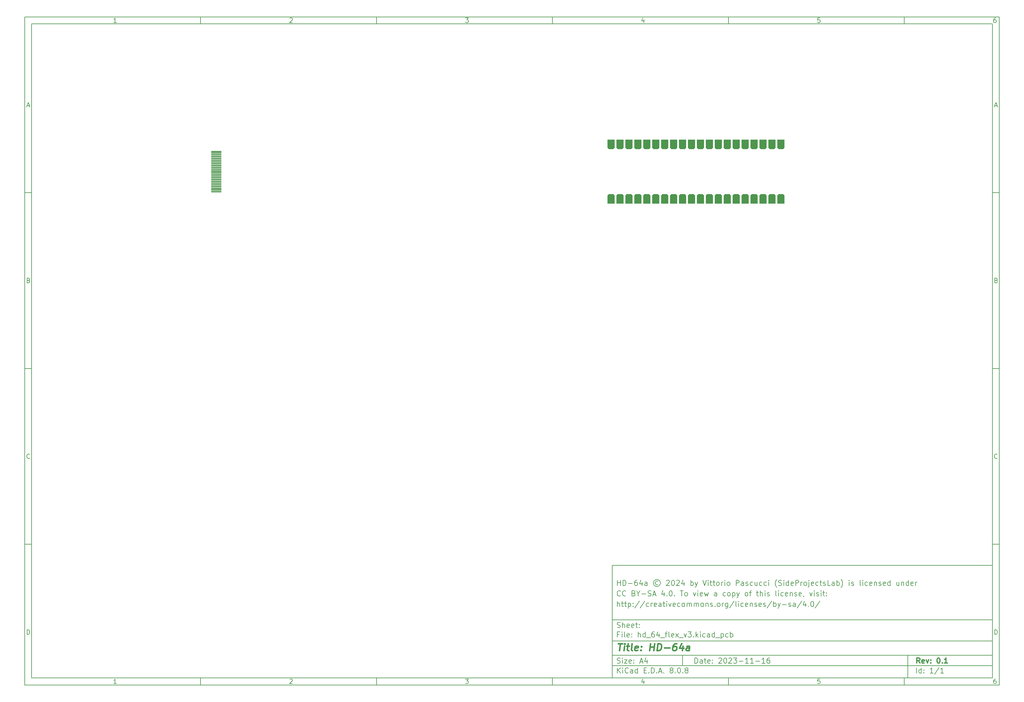
<source format=gbr>
%TF.GenerationSoftware,KiCad,Pcbnew,8.0.8*%
%TF.CreationDate,2025-03-17T16:40:44+01:00*%
%TF.ProjectId,hd_64_flex_v3,68645f36-345f-4666-9c65-785f76332e6b,0.1*%
%TF.SameCoordinates,PXd801da0PY3c45b00*%
%TF.FileFunction,Soldermask,Bot*%
%TF.FilePolarity,Negative*%
%FSLAX46Y46*%
G04 Gerber Fmt 4.6, Leading zero omitted, Abs format (unit mm)*
G04 Created by KiCad (PCBNEW 8.0.8) date 2025-03-17 16:40:44*
%MOMM*%
%LPD*%
G01*
G04 APERTURE LIST*
G04 Aperture macros list*
%AMOutline5P*
0 Free polygon, 5 corners , with rotation*
0 The origin of the aperture is its center*
0 number of corners: always 5*
0 $1 to $10 corner X, Y*
0 $11 Rotation angle, in degrees counterclockwise*
0 create outline with 5 corners*
4,1,5,$1,$2,$3,$4,$5,$6,$7,$8,$9,$10,$1,$2,$11*%
%AMOutline6P*
0 Free polygon, 6 corners , with rotation*
0 The origin of the aperture is its center*
0 number of corners: always 6*
0 $1 to $12 corner X, Y*
0 $13 Rotation angle, in degrees counterclockwise*
0 create outline with 6 corners*
4,1,6,$1,$2,$3,$4,$5,$6,$7,$8,$9,$10,$11,$12,$1,$2,$13*%
%AMOutline7P*
0 Free polygon, 7 corners , with rotation*
0 The origin of the aperture is its center*
0 number of corners: always 7*
0 $1 to $14 corner X, Y*
0 $15 Rotation angle, in degrees counterclockwise*
0 create outline with 7 corners*
4,1,7,$1,$2,$3,$4,$5,$6,$7,$8,$9,$10,$11,$12,$13,$14,$1,$2,$15*%
%AMOutline8P*
0 Free polygon, 8 corners , with rotation*
0 The origin of the aperture is its center*
0 number of corners: always 8*
0 $1 to $16 corner X, Y*
0 $17 Rotation angle, in degrees counterclockwise*
0 create outline with 8 corners*
4,1,8,$1,$2,$3,$4,$5,$6,$7,$8,$9,$10,$11,$12,$13,$14,$15,$16,$1,$2,$17*%
G04 Aperture macros list end*
%ADD10C,0.100000*%
%ADD11C,0.150000*%
%ADD12C,0.300000*%
%ADD13C,0.400000*%
%ADD14Outline6P,-1.350000X0.630000X-0.930000X1.050000X1.350000X1.050000X1.350000X-1.050000X-0.930000X-1.050000X-1.350000X-0.630000X270.000000*%
%ADD15Outline6P,-1.350000X0.630000X-0.930000X1.050000X1.350000X1.050000X1.350000X-1.050000X-0.930000X-1.050000X-1.350000X-0.630000X90.000000*%
%ADD16R,3.000000X0.300000*%
G04 APERTURE END LIST*
D10*
D11*
X-49497800Y-102807200D02*
X58502200Y-102807200D01*
X58502200Y-134807200D01*
X-49497800Y-134807200D01*
X-49497800Y-102807200D01*
D10*
D11*
X-216500000Y53200000D02*
X60502200Y53200000D01*
X60502200Y-136807200D01*
X-216500000Y-136807200D01*
X-216500000Y53200000D01*
D10*
D11*
X-214500000Y51200000D02*
X58502200Y51200000D01*
X58502200Y-134807200D01*
X-214500000Y-134807200D01*
X-214500000Y51200000D01*
D10*
D11*
X-166500000Y51200000D02*
X-166500000Y53200000D01*
D10*
D11*
X-116500000Y51200000D02*
X-116500000Y53200000D01*
D10*
D11*
X-66500000Y51200000D02*
X-66500000Y53200000D01*
D10*
D11*
X-16500000Y51200000D02*
X-16500000Y53200000D01*
D10*
D11*
X33500000Y51200000D02*
X33500000Y53200000D01*
D10*
D11*
X-190410840Y51606396D02*
X-191153697Y51606396D01*
X-190782269Y51606396D02*
X-190782269Y52906396D01*
X-190782269Y52906396D02*
X-190906078Y52720681D01*
X-190906078Y52720681D02*
X-191029888Y52596872D01*
X-191029888Y52596872D02*
X-191153697Y52534967D01*
D10*
D11*
X-141153697Y52782586D02*
X-141091793Y52844491D01*
X-141091793Y52844491D02*
X-140967983Y52906396D01*
X-140967983Y52906396D02*
X-140658459Y52906396D01*
X-140658459Y52906396D02*
X-140534650Y52844491D01*
X-140534650Y52844491D02*
X-140472745Y52782586D01*
X-140472745Y52782586D02*
X-140410840Y52658777D01*
X-140410840Y52658777D02*
X-140410840Y52534967D01*
X-140410840Y52534967D02*
X-140472745Y52349253D01*
X-140472745Y52349253D02*
X-141215602Y51606396D01*
X-141215602Y51606396D02*
X-140410840Y51606396D01*
D10*
D11*
X-91215602Y52906396D02*
X-90410840Y52906396D01*
X-90410840Y52906396D02*
X-90844174Y52411158D01*
X-90844174Y52411158D02*
X-90658459Y52411158D01*
X-90658459Y52411158D02*
X-90534650Y52349253D01*
X-90534650Y52349253D02*
X-90472745Y52287348D01*
X-90472745Y52287348D02*
X-90410840Y52163539D01*
X-90410840Y52163539D02*
X-90410840Y51854015D01*
X-90410840Y51854015D02*
X-90472745Y51730205D01*
X-90472745Y51730205D02*
X-90534650Y51668300D01*
X-90534650Y51668300D02*
X-90658459Y51606396D01*
X-90658459Y51606396D02*
X-91029888Y51606396D01*
X-91029888Y51606396D02*
X-91153697Y51668300D01*
X-91153697Y51668300D02*
X-91215602Y51730205D01*
D10*
D11*
X-40534650Y52473062D02*
X-40534650Y51606396D01*
X-40844174Y52968300D02*
X-41153697Y52039729D01*
X-41153697Y52039729D02*
X-40348936Y52039729D01*
D10*
D11*
X9527255Y52906396D02*
X8908207Y52906396D01*
X8908207Y52906396D02*
X8846303Y52287348D01*
X8846303Y52287348D02*
X8908207Y52349253D01*
X8908207Y52349253D02*
X9032017Y52411158D01*
X9032017Y52411158D02*
X9341541Y52411158D01*
X9341541Y52411158D02*
X9465350Y52349253D01*
X9465350Y52349253D02*
X9527255Y52287348D01*
X9527255Y52287348D02*
X9589160Y52163539D01*
X9589160Y52163539D02*
X9589160Y51854015D01*
X9589160Y51854015D02*
X9527255Y51730205D01*
X9527255Y51730205D02*
X9465350Y51668300D01*
X9465350Y51668300D02*
X9341541Y51606396D01*
X9341541Y51606396D02*
X9032017Y51606396D01*
X9032017Y51606396D02*
X8908207Y51668300D01*
X8908207Y51668300D02*
X8846303Y51730205D01*
D10*
D11*
X59465350Y52906396D02*
X59217731Y52906396D01*
X59217731Y52906396D02*
X59093922Y52844491D01*
X59093922Y52844491D02*
X59032017Y52782586D01*
X59032017Y52782586D02*
X58908207Y52596872D01*
X58908207Y52596872D02*
X58846303Y52349253D01*
X58846303Y52349253D02*
X58846303Y51854015D01*
X58846303Y51854015D02*
X58908207Y51730205D01*
X58908207Y51730205D02*
X58970112Y51668300D01*
X58970112Y51668300D02*
X59093922Y51606396D01*
X59093922Y51606396D02*
X59341541Y51606396D01*
X59341541Y51606396D02*
X59465350Y51668300D01*
X59465350Y51668300D02*
X59527255Y51730205D01*
X59527255Y51730205D02*
X59589160Y51854015D01*
X59589160Y51854015D02*
X59589160Y52163539D01*
X59589160Y52163539D02*
X59527255Y52287348D01*
X59527255Y52287348D02*
X59465350Y52349253D01*
X59465350Y52349253D02*
X59341541Y52411158D01*
X59341541Y52411158D02*
X59093922Y52411158D01*
X59093922Y52411158D02*
X58970112Y52349253D01*
X58970112Y52349253D02*
X58908207Y52287348D01*
X58908207Y52287348D02*
X58846303Y52163539D01*
D10*
D11*
X-166500000Y-134807200D02*
X-166500000Y-136807200D01*
D10*
D11*
X-116500000Y-134807200D02*
X-116500000Y-136807200D01*
D10*
D11*
X-66500000Y-134807200D02*
X-66500000Y-136807200D01*
D10*
D11*
X-16500000Y-134807200D02*
X-16500000Y-136807200D01*
D10*
D11*
X33500000Y-134807200D02*
X33500000Y-136807200D01*
D10*
D11*
X-190410840Y-136400804D02*
X-191153697Y-136400804D01*
X-190782269Y-136400804D02*
X-190782269Y-135100804D01*
X-190782269Y-135100804D02*
X-190906078Y-135286519D01*
X-190906078Y-135286519D02*
X-191029888Y-135410328D01*
X-191029888Y-135410328D02*
X-191153697Y-135472233D01*
D10*
D11*
X-141153697Y-135224614D02*
X-141091793Y-135162709D01*
X-141091793Y-135162709D02*
X-140967983Y-135100804D01*
X-140967983Y-135100804D02*
X-140658459Y-135100804D01*
X-140658459Y-135100804D02*
X-140534650Y-135162709D01*
X-140534650Y-135162709D02*
X-140472745Y-135224614D01*
X-140472745Y-135224614D02*
X-140410840Y-135348423D01*
X-140410840Y-135348423D02*
X-140410840Y-135472233D01*
X-140410840Y-135472233D02*
X-140472745Y-135657947D01*
X-140472745Y-135657947D02*
X-141215602Y-136400804D01*
X-141215602Y-136400804D02*
X-140410840Y-136400804D01*
D10*
D11*
X-91215602Y-135100804D02*
X-90410840Y-135100804D01*
X-90410840Y-135100804D02*
X-90844174Y-135596042D01*
X-90844174Y-135596042D02*
X-90658459Y-135596042D01*
X-90658459Y-135596042D02*
X-90534650Y-135657947D01*
X-90534650Y-135657947D02*
X-90472745Y-135719852D01*
X-90472745Y-135719852D02*
X-90410840Y-135843661D01*
X-90410840Y-135843661D02*
X-90410840Y-136153185D01*
X-90410840Y-136153185D02*
X-90472745Y-136276995D01*
X-90472745Y-136276995D02*
X-90534650Y-136338900D01*
X-90534650Y-136338900D02*
X-90658459Y-136400804D01*
X-90658459Y-136400804D02*
X-91029888Y-136400804D01*
X-91029888Y-136400804D02*
X-91153697Y-136338900D01*
X-91153697Y-136338900D02*
X-91215602Y-136276995D01*
D10*
D11*
X-40534650Y-135534138D02*
X-40534650Y-136400804D01*
X-40844174Y-135038900D02*
X-41153697Y-135967471D01*
X-41153697Y-135967471D02*
X-40348936Y-135967471D01*
D10*
D11*
X9527255Y-135100804D02*
X8908207Y-135100804D01*
X8908207Y-135100804D02*
X8846303Y-135719852D01*
X8846303Y-135719852D02*
X8908207Y-135657947D01*
X8908207Y-135657947D02*
X9032017Y-135596042D01*
X9032017Y-135596042D02*
X9341541Y-135596042D01*
X9341541Y-135596042D02*
X9465350Y-135657947D01*
X9465350Y-135657947D02*
X9527255Y-135719852D01*
X9527255Y-135719852D02*
X9589160Y-135843661D01*
X9589160Y-135843661D02*
X9589160Y-136153185D01*
X9589160Y-136153185D02*
X9527255Y-136276995D01*
X9527255Y-136276995D02*
X9465350Y-136338900D01*
X9465350Y-136338900D02*
X9341541Y-136400804D01*
X9341541Y-136400804D02*
X9032017Y-136400804D01*
X9032017Y-136400804D02*
X8908207Y-136338900D01*
X8908207Y-136338900D02*
X8846303Y-136276995D01*
D10*
D11*
X59465350Y-135100804D02*
X59217731Y-135100804D01*
X59217731Y-135100804D02*
X59093922Y-135162709D01*
X59093922Y-135162709D02*
X59032017Y-135224614D01*
X59032017Y-135224614D02*
X58908207Y-135410328D01*
X58908207Y-135410328D02*
X58846303Y-135657947D01*
X58846303Y-135657947D02*
X58846303Y-136153185D01*
X58846303Y-136153185D02*
X58908207Y-136276995D01*
X58908207Y-136276995D02*
X58970112Y-136338900D01*
X58970112Y-136338900D02*
X59093922Y-136400804D01*
X59093922Y-136400804D02*
X59341541Y-136400804D01*
X59341541Y-136400804D02*
X59465350Y-136338900D01*
X59465350Y-136338900D02*
X59527255Y-136276995D01*
X59527255Y-136276995D02*
X59589160Y-136153185D01*
X59589160Y-136153185D02*
X59589160Y-135843661D01*
X59589160Y-135843661D02*
X59527255Y-135719852D01*
X59527255Y-135719852D02*
X59465350Y-135657947D01*
X59465350Y-135657947D02*
X59341541Y-135596042D01*
X59341541Y-135596042D02*
X59093922Y-135596042D01*
X59093922Y-135596042D02*
X58970112Y-135657947D01*
X58970112Y-135657947D02*
X58908207Y-135719852D01*
X58908207Y-135719852D02*
X58846303Y-135843661D01*
D10*
D11*
X-216500000Y3200000D02*
X-214500000Y3200000D01*
D10*
D11*
X-216500000Y-46800000D02*
X-214500000Y-46800000D01*
D10*
D11*
X-216500000Y-96800000D02*
X-214500000Y-96800000D01*
D10*
D11*
X-215809524Y27977824D02*
X-215190477Y27977824D01*
X-215933334Y27606396D02*
X-215500001Y28906396D01*
X-215500001Y28906396D02*
X-215066667Y27606396D01*
D10*
D11*
X-215407143Y-21712652D02*
X-215221429Y-21774557D01*
X-215221429Y-21774557D02*
X-215159524Y-21836461D01*
X-215159524Y-21836461D02*
X-215097620Y-21960271D01*
X-215097620Y-21960271D02*
X-215097620Y-22145985D01*
X-215097620Y-22145985D02*
X-215159524Y-22269795D01*
X-215159524Y-22269795D02*
X-215221429Y-22331700D01*
X-215221429Y-22331700D02*
X-215345239Y-22393604D01*
X-215345239Y-22393604D02*
X-215840477Y-22393604D01*
X-215840477Y-22393604D02*
X-215840477Y-21093604D01*
X-215840477Y-21093604D02*
X-215407143Y-21093604D01*
X-215407143Y-21093604D02*
X-215283334Y-21155509D01*
X-215283334Y-21155509D02*
X-215221429Y-21217414D01*
X-215221429Y-21217414D02*
X-215159524Y-21341223D01*
X-215159524Y-21341223D02*
X-215159524Y-21465033D01*
X-215159524Y-21465033D02*
X-215221429Y-21588842D01*
X-215221429Y-21588842D02*
X-215283334Y-21650747D01*
X-215283334Y-21650747D02*
X-215407143Y-21712652D01*
X-215407143Y-21712652D02*
X-215840477Y-21712652D01*
D10*
D11*
X-215097620Y-72269795D02*
X-215159524Y-72331700D01*
X-215159524Y-72331700D02*
X-215345239Y-72393604D01*
X-215345239Y-72393604D02*
X-215469048Y-72393604D01*
X-215469048Y-72393604D02*
X-215654762Y-72331700D01*
X-215654762Y-72331700D02*
X-215778572Y-72207890D01*
X-215778572Y-72207890D02*
X-215840477Y-72084080D01*
X-215840477Y-72084080D02*
X-215902381Y-71836461D01*
X-215902381Y-71836461D02*
X-215902381Y-71650747D01*
X-215902381Y-71650747D02*
X-215840477Y-71403128D01*
X-215840477Y-71403128D02*
X-215778572Y-71279319D01*
X-215778572Y-71279319D02*
X-215654762Y-71155509D01*
X-215654762Y-71155509D02*
X-215469048Y-71093604D01*
X-215469048Y-71093604D02*
X-215345239Y-71093604D01*
X-215345239Y-71093604D02*
X-215159524Y-71155509D01*
X-215159524Y-71155509D02*
X-215097620Y-71217414D01*
D10*
D11*
X-215840477Y-122393604D02*
X-215840477Y-121093604D01*
X-215840477Y-121093604D02*
X-215530953Y-121093604D01*
X-215530953Y-121093604D02*
X-215345239Y-121155509D01*
X-215345239Y-121155509D02*
X-215221429Y-121279319D01*
X-215221429Y-121279319D02*
X-215159524Y-121403128D01*
X-215159524Y-121403128D02*
X-215097620Y-121650747D01*
X-215097620Y-121650747D02*
X-215097620Y-121836461D01*
X-215097620Y-121836461D02*
X-215159524Y-122084080D01*
X-215159524Y-122084080D02*
X-215221429Y-122207890D01*
X-215221429Y-122207890D02*
X-215345239Y-122331700D01*
X-215345239Y-122331700D02*
X-215530953Y-122393604D01*
X-215530953Y-122393604D02*
X-215840477Y-122393604D01*
D10*
D11*
X60502200Y3200000D02*
X58502200Y3200000D01*
D10*
D11*
X60502200Y-46800000D02*
X58502200Y-46800000D01*
D10*
D11*
X60502200Y-96800000D02*
X58502200Y-96800000D01*
D10*
D11*
X59192676Y27977824D02*
X59811723Y27977824D01*
X59068866Y27606396D02*
X59502199Y28906396D01*
X59502199Y28906396D02*
X59935533Y27606396D01*
D10*
D11*
X59595057Y-21712652D02*
X59780771Y-21774557D01*
X59780771Y-21774557D02*
X59842676Y-21836461D01*
X59842676Y-21836461D02*
X59904580Y-21960271D01*
X59904580Y-21960271D02*
X59904580Y-22145985D01*
X59904580Y-22145985D02*
X59842676Y-22269795D01*
X59842676Y-22269795D02*
X59780771Y-22331700D01*
X59780771Y-22331700D02*
X59656961Y-22393604D01*
X59656961Y-22393604D02*
X59161723Y-22393604D01*
X59161723Y-22393604D02*
X59161723Y-21093604D01*
X59161723Y-21093604D02*
X59595057Y-21093604D01*
X59595057Y-21093604D02*
X59718866Y-21155509D01*
X59718866Y-21155509D02*
X59780771Y-21217414D01*
X59780771Y-21217414D02*
X59842676Y-21341223D01*
X59842676Y-21341223D02*
X59842676Y-21465033D01*
X59842676Y-21465033D02*
X59780771Y-21588842D01*
X59780771Y-21588842D02*
X59718866Y-21650747D01*
X59718866Y-21650747D02*
X59595057Y-21712652D01*
X59595057Y-21712652D02*
X59161723Y-21712652D01*
D10*
D11*
X59904580Y-72269795D02*
X59842676Y-72331700D01*
X59842676Y-72331700D02*
X59656961Y-72393604D01*
X59656961Y-72393604D02*
X59533152Y-72393604D01*
X59533152Y-72393604D02*
X59347438Y-72331700D01*
X59347438Y-72331700D02*
X59223628Y-72207890D01*
X59223628Y-72207890D02*
X59161723Y-72084080D01*
X59161723Y-72084080D02*
X59099819Y-71836461D01*
X59099819Y-71836461D02*
X59099819Y-71650747D01*
X59099819Y-71650747D02*
X59161723Y-71403128D01*
X59161723Y-71403128D02*
X59223628Y-71279319D01*
X59223628Y-71279319D02*
X59347438Y-71155509D01*
X59347438Y-71155509D02*
X59533152Y-71093604D01*
X59533152Y-71093604D02*
X59656961Y-71093604D01*
X59656961Y-71093604D02*
X59842676Y-71155509D01*
X59842676Y-71155509D02*
X59904580Y-71217414D01*
D10*
D11*
X59161723Y-122393604D02*
X59161723Y-121093604D01*
X59161723Y-121093604D02*
X59471247Y-121093604D01*
X59471247Y-121093604D02*
X59656961Y-121155509D01*
X59656961Y-121155509D02*
X59780771Y-121279319D01*
X59780771Y-121279319D02*
X59842676Y-121403128D01*
X59842676Y-121403128D02*
X59904580Y-121650747D01*
X59904580Y-121650747D02*
X59904580Y-121836461D01*
X59904580Y-121836461D02*
X59842676Y-122084080D01*
X59842676Y-122084080D02*
X59780771Y-122207890D01*
X59780771Y-122207890D02*
X59656961Y-122331700D01*
X59656961Y-122331700D02*
X59471247Y-122393604D01*
X59471247Y-122393604D02*
X59161723Y-122393604D01*
D10*
D11*
X-26041974Y-130593328D02*
X-26041974Y-129093328D01*
X-26041974Y-129093328D02*
X-25684831Y-129093328D01*
X-25684831Y-129093328D02*
X-25470545Y-129164757D01*
X-25470545Y-129164757D02*
X-25327688Y-129307614D01*
X-25327688Y-129307614D02*
X-25256259Y-129450471D01*
X-25256259Y-129450471D02*
X-25184831Y-129736185D01*
X-25184831Y-129736185D02*
X-25184831Y-129950471D01*
X-25184831Y-129950471D02*
X-25256259Y-130236185D01*
X-25256259Y-130236185D02*
X-25327688Y-130379042D01*
X-25327688Y-130379042D02*
X-25470545Y-130521900D01*
X-25470545Y-130521900D02*
X-25684831Y-130593328D01*
X-25684831Y-130593328D02*
X-26041974Y-130593328D01*
X-23899116Y-130593328D02*
X-23899116Y-129807614D01*
X-23899116Y-129807614D02*
X-23970545Y-129664757D01*
X-23970545Y-129664757D02*
X-24113402Y-129593328D01*
X-24113402Y-129593328D02*
X-24399116Y-129593328D01*
X-24399116Y-129593328D02*
X-24541974Y-129664757D01*
X-23899116Y-130521900D02*
X-24041974Y-130593328D01*
X-24041974Y-130593328D02*
X-24399116Y-130593328D01*
X-24399116Y-130593328D02*
X-24541974Y-130521900D01*
X-24541974Y-130521900D02*
X-24613402Y-130379042D01*
X-24613402Y-130379042D02*
X-24613402Y-130236185D01*
X-24613402Y-130236185D02*
X-24541974Y-130093328D01*
X-24541974Y-130093328D02*
X-24399116Y-130021900D01*
X-24399116Y-130021900D02*
X-24041974Y-130021900D01*
X-24041974Y-130021900D02*
X-23899116Y-129950471D01*
X-23399116Y-129593328D02*
X-22827688Y-129593328D01*
X-23184831Y-129093328D02*
X-23184831Y-130379042D01*
X-23184831Y-130379042D02*
X-23113402Y-130521900D01*
X-23113402Y-130521900D02*
X-22970545Y-130593328D01*
X-22970545Y-130593328D02*
X-22827688Y-130593328D01*
X-21756259Y-130521900D02*
X-21899116Y-130593328D01*
X-21899116Y-130593328D02*
X-22184830Y-130593328D01*
X-22184830Y-130593328D02*
X-22327688Y-130521900D01*
X-22327688Y-130521900D02*
X-22399116Y-130379042D01*
X-22399116Y-130379042D02*
X-22399116Y-129807614D01*
X-22399116Y-129807614D02*
X-22327688Y-129664757D01*
X-22327688Y-129664757D02*
X-22184830Y-129593328D01*
X-22184830Y-129593328D02*
X-21899116Y-129593328D01*
X-21899116Y-129593328D02*
X-21756259Y-129664757D01*
X-21756259Y-129664757D02*
X-21684830Y-129807614D01*
X-21684830Y-129807614D02*
X-21684830Y-129950471D01*
X-21684830Y-129950471D02*
X-22399116Y-130093328D01*
X-21041974Y-130450471D02*
X-20970545Y-130521900D01*
X-20970545Y-130521900D02*
X-21041974Y-130593328D01*
X-21041974Y-130593328D02*
X-21113402Y-130521900D01*
X-21113402Y-130521900D02*
X-21041974Y-130450471D01*
X-21041974Y-130450471D02*
X-21041974Y-130593328D01*
X-21041974Y-129664757D02*
X-20970545Y-129736185D01*
X-20970545Y-129736185D02*
X-21041974Y-129807614D01*
X-21041974Y-129807614D02*
X-21113402Y-129736185D01*
X-21113402Y-129736185D02*
X-21041974Y-129664757D01*
X-21041974Y-129664757D02*
X-21041974Y-129807614D01*
X-19256259Y-129236185D02*
X-19184831Y-129164757D01*
X-19184831Y-129164757D02*
X-19041973Y-129093328D01*
X-19041973Y-129093328D02*
X-18684831Y-129093328D01*
X-18684831Y-129093328D02*
X-18541973Y-129164757D01*
X-18541973Y-129164757D02*
X-18470545Y-129236185D01*
X-18470545Y-129236185D02*
X-18399116Y-129379042D01*
X-18399116Y-129379042D02*
X-18399116Y-129521900D01*
X-18399116Y-129521900D02*
X-18470545Y-129736185D01*
X-18470545Y-129736185D02*
X-19327688Y-130593328D01*
X-19327688Y-130593328D02*
X-18399116Y-130593328D01*
X-17470545Y-129093328D02*
X-17327688Y-129093328D01*
X-17327688Y-129093328D02*
X-17184831Y-129164757D01*
X-17184831Y-129164757D02*
X-17113402Y-129236185D01*
X-17113402Y-129236185D02*
X-17041974Y-129379042D01*
X-17041974Y-129379042D02*
X-16970545Y-129664757D01*
X-16970545Y-129664757D02*
X-16970545Y-130021900D01*
X-16970545Y-130021900D02*
X-17041974Y-130307614D01*
X-17041974Y-130307614D02*
X-17113402Y-130450471D01*
X-17113402Y-130450471D02*
X-17184831Y-130521900D01*
X-17184831Y-130521900D02*
X-17327688Y-130593328D01*
X-17327688Y-130593328D02*
X-17470545Y-130593328D01*
X-17470545Y-130593328D02*
X-17613402Y-130521900D01*
X-17613402Y-130521900D02*
X-17684831Y-130450471D01*
X-17684831Y-130450471D02*
X-17756260Y-130307614D01*
X-17756260Y-130307614D02*
X-17827688Y-130021900D01*
X-17827688Y-130021900D02*
X-17827688Y-129664757D01*
X-17827688Y-129664757D02*
X-17756260Y-129379042D01*
X-17756260Y-129379042D02*
X-17684831Y-129236185D01*
X-17684831Y-129236185D02*
X-17613402Y-129164757D01*
X-17613402Y-129164757D02*
X-17470545Y-129093328D01*
X-16399117Y-129236185D02*
X-16327689Y-129164757D01*
X-16327689Y-129164757D02*
X-16184831Y-129093328D01*
X-16184831Y-129093328D02*
X-15827689Y-129093328D01*
X-15827689Y-129093328D02*
X-15684831Y-129164757D01*
X-15684831Y-129164757D02*
X-15613403Y-129236185D01*
X-15613403Y-129236185D02*
X-15541974Y-129379042D01*
X-15541974Y-129379042D02*
X-15541974Y-129521900D01*
X-15541974Y-129521900D02*
X-15613403Y-129736185D01*
X-15613403Y-129736185D02*
X-16470546Y-130593328D01*
X-16470546Y-130593328D02*
X-15541974Y-130593328D01*
X-15041975Y-129093328D02*
X-14113403Y-129093328D01*
X-14113403Y-129093328D02*
X-14613403Y-129664757D01*
X-14613403Y-129664757D02*
X-14399118Y-129664757D01*
X-14399118Y-129664757D02*
X-14256260Y-129736185D01*
X-14256260Y-129736185D02*
X-14184832Y-129807614D01*
X-14184832Y-129807614D02*
X-14113403Y-129950471D01*
X-14113403Y-129950471D02*
X-14113403Y-130307614D01*
X-14113403Y-130307614D02*
X-14184832Y-130450471D01*
X-14184832Y-130450471D02*
X-14256260Y-130521900D01*
X-14256260Y-130521900D02*
X-14399118Y-130593328D01*
X-14399118Y-130593328D02*
X-14827689Y-130593328D01*
X-14827689Y-130593328D02*
X-14970546Y-130521900D01*
X-14970546Y-130521900D02*
X-15041975Y-130450471D01*
X-13470547Y-130021900D02*
X-12327689Y-130021900D01*
X-10827689Y-130593328D02*
X-11684832Y-130593328D01*
X-11256261Y-130593328D02*
X-11256261Y-129093328D01*
X-11256261Y-129093328D02*
X-11399118Y-129307614D01*
X-11399118Y-129307614D02*
X-11541975Y-129450471D01*
X-11541975Y-129450471D02*
X-11684832Y-129521900D01*
X-9399118Y-130593328D02*
X-10256261Y-130593328D01*
X-9827690Y-130593328D02*
X-9827690Y-129093328D01*
X-9827690Y-129093328D02*
X-9970547Y-129307614D01*
X-9970547Y-129307614D02*
X-10113404Y-129450471D01*
X-10113404Y-129450471D02*
X-10256261Y-129521900D01*
X-8756262Y-130021900D02*
X-7613404Y-130021900D01*
X-6113404Y-130593328D02*
X-6970547Y-130593328D01*
X-6541976Y-130593328D02*
X-6541976Y-129093328D01*
X-6541976Y-129093328D02*
X-6684833Y-129307614D01*
X-6684833Y-129307614D02*
X-6827690Y-129450471D01*
X-6827690Y-129450471D02*
X-6970547Y-129521900D01*
X-4827690Y-129093328D02*
X-5113405Y-129093328D01*
X-5113405Y-129093328D02*
X-5256262Y-129164757D01*
X-5256262Y-129164757D02*
X-5327690Y-129236185D01*
X-5327690Y-129236185D02*
X-5470548Y-129450471D01*
X-5470548Y-129450471D02*
X-5541976Y-129736185D01*
X-5541976Y-129736185D02*
X-5541976Y-130307614D01*
X-5541976Y-130307614D02*
X-5470548Y-130450471D01*
X-5470548Y-130450471D02*
X-5399119Y-130521900D01*
X-5399119Y-130521900D02*
X-5256262Y-130593328D01*
X-5256262Y-130593328D02*
X-4970548Y-130593328D01*
X-4970548Y-130593328D02*
X-4827690Y-130521900D01*
X-4827690Y-130521900D02*
X-4756262Y-130450471D01*
X-4756262Y-130450471D02*
X-4684833Y-130307614D01*
X-4684833Y-130307614D02*
X-4684833Y-129950471D01*
X-4684833Y-129950471D02*
X-4756262Y-129807614D01*
X-4756262Y-129807614D02*
X-4827690Y-129736185D01*
X-4827690Y-129736185D02*
X-4970548Y-129664757D01*
X-4970548Y-129664757D02*
X-5256262Y-129664757D01*
X-5256262Y-129664757D02*
X-5399119Y-129736185D01*
X-5399119Y-129736185D02*
X-5470548Y-129807614D01*
X-5470548Y-129807614D02*
X-5541976Y-129950471D01*
D10*
D11*
X-49497800Y-131307200D02*
X58502200Y-131307200D01*
D10*
D11*
X-48041974Y-133393328D02*
X-48041974Y-131893328D01*
X-47184831Y-133393328D02*
X-47827688Y-132536185D01*
X-47184831Y-131893328D02*
X-48041974Y-132750471D01*
X-46541974Y-133393328D02*
X-46541974Y-132393328D01*
X-46541974Y-131893328D02*
X-46613402Y-131964757D01*
X-46613402Y-131964757D02*
X-46541974Y-132036185D01*
X-46541974Y-132036185D02*
X-46470545Y-131964757D01*
X-46470545Y-131964757D02*
X-46541974Y-131893328D01*
X-46541974Y-131893328D02*
X-46541974Y-132036185D01*
X-44970545Y-133250471D02*
X-45041973Y-133321900D01*
X-45041973Y-133321900D02*
X-45256259Y-133393328D01*
X-45256259Y-133393328D02*
X-45399116Y-133393328D01*
X-45399116Y-133393328D02*
X-45613402Y-133321900D01*
X-45613402Y-133321900D02*
X-45756259Y-133179042D01*
X-45756259Y-133179042D02*
X-45827688Y-133036185D01*
X-45827688Y-133036185D02*
X-45899116Y-132750471D01*
X-45899116Y-132750471D02*
X-45899116Y-132536185D01*
X-45899116Y-132536185D02*
X-45827688Y-132250471D01*
X-45827688Y-132250471D02*
X-45756259Y-132107614D01*
X-45756259Y-132107614D02*
X-45613402Y-131964757D01*
X-45613402Y-131964757D02*
X-45399116Y-131893328D01*
X-45399116Y-131893328D02*
X-45256259Y-131893328D01*
X-45256259Y-131893328D02*
X-45041973Y-131964757D01*
X-45041973Y-131964757D02*
X-44970545Y-132036185D01*
X-43684830Y-133393328D02*
X-43684830Y-132607614D01*
X-43684830Y-132607614D02*
X-43756259Y-132464757D01*
X-43756259Y-132464757D02*
X-43899116Y-132393328D01*
X-43899116Y-132393328D02*
X-44184830Y-132393328D01*
X-44184830Y-132393328D02*
X-44327688Y-132464757D01*
X-43684830Y-133321900D02*
X-43827688Y-133393328D01*
X-43827688Y-133393328D02*
X-44184830Y-133393328D01*
X-44184830Y-133393328D02*
X-44327688Y-133321900D01*
X-44327688Y-133321900D02*
X-44399116Y-133179042D01*
X-44399116Y-133179042D02*
X-44399116Y-133036185D01*
X-44399116Y-133036185D02*
X-44327688Y-132893328D01*
X-44327688Y-132893328D02*
X-44184830Y-132821900D01*
X-44184830Y-132821900D02*
X-43827688Y-132821900D01*
X-43827688Y-132821900D02*
X-43684830Y-132750471D01*
X-42327687Y-133393328D02*
X-42327687Y-131893328D01*
X-42327687Y-133321900D02*
X-42470545Y-133393328D01*
X-42470545Y-133393328D02*
X-42756259Y-133393328D01*
X-42756259Y-133393328D02*
X-42899116Y-133321900D01*
X-42899116Y-133321900D02*
X-42970545Y-133250471D01*
X-42970545Y-133250471D02*
X-43041973Y-133107614D01*
X-43041973Y-133107614D02*
X-43041973Y-132679042D01*
X-43041973Y-132679042D02*
X-42970545Y-132536185D01*
X-42970545Y-132536185D02*
X-42899116Y-132464757D01*
X-42899116Y-132464757D02*
X-42756259Y-132393328D01*
X-42756259Y-132393328D02*
X-42470545Y-132393328D01*
X-42470545Y-132393328D02*
X-42327687Y-132464757D01*
X-40470545Y-132607614D02*
X-39970545Y-132607614D01*
X-39756259Y-133393328D02*
X-40470545Y-133393328D01*
X-40470545Y-133393328D02*
X-40470545Y-131893328D01*
X-40470545Y-131893328D02*
X-39756259Y-131893328D01*
X-39113402Y-133250471D02*
X-39041973Y-133321900D01*
X-39041973Y-133321900D02*
X-39113402Y-133393328D01*
X-39113402Y-133393328D02*
X-39184830Y-133321900D01*
X-39184830Y-133321900D02*
X-39113402Y-133250471D01*
X-39113402Y-133250471D02*
X-39113402Y-133393328D01*
X-38399116Y-133393328D02*
X-38399116Y-131893328D01*
X-38399116Y-131893328D02*
X-38041973Y-131893328D01*
X-38041973Y-131893328D02*
X-37827687Y-131964757D01*
X-37827687Y-131964757D02*
X-37684830Y-132107614D01*
X-37684830Y-132107614D02*
X-37613401Y-132250471D01*
X-37613401Y-132250471D02*
X-37541973Y-132536185D01*
X-37541973Y-132536185D02*
X-37541973Y-132750471D01*
X-37541973Y-132750471D02*
X-37613401Y-133036185D01*
X-37613401Y-133036185D02*
X-37684830Y-133179042D01*
X-37684830Y-133179042D02*
X-37827687Y-133321900D01*
X-37827687Y-133321900D02*
X-38041973Y-133393328D01*
X-38041973Y-133393328D02*
X-38399116Y-133393328D01*
X-36899116Y-133250471D02*
X-36827687Y-133321900D01*
X-36827687Y-133321900D02*
X-36899116Y-133393328D01*
X-36899116Y-133393328D02*
X-36970544Y-133321900D01*
X-36970544Y-133321900D02*
X-36899116Y-133250471D01*
X-36899116Y-133250471D02*
X-36899116Y-133393328D01*
X-36256258Y-132964757D02*
X-35541972Y-132964757D01*
X-36399115Y-133393328D02*
X-35899115Y-131893328D01*
X-35899115Y-131893328D02*
X-35399115Y-133393328D01*
X-34899116Y-133250471D02*
X-34827687Y-133321900D01*
X-34827687Y-133321900D02*
X-34899116Y-133393328D01*
X-34899116Y-133393328D02*
X-34970544Y-133321900D01*
X-34970544Y-133321900D02*
X-34899116Y-133250471D01*
X-34899116Y-133250471D02*
X-34899116Y-133393328D01*
X-32827687Y-132536185D02*
X-32970544Y-132464757D01*
X-32970544Y-132464757D02*
X-33041973Y-132393328D01*
X-33041973Y-132393328D02*
X-33113401Y-132250471D01*
X-33113401Y-132250471D02*
X-33113401Y-132179042D01*
X-33113401Y-132179042D02*
X-33041973Y-132036185D01*
X-33041973Y-132036185D02*
X-32970544Y-131964757D01*
X-32970544Y-131964757D02*
X-32827687Y-131893328D01*
X-32827687Y-131893328D02*
X-32541973Y-131893328D01*
X-32541973Y-131893328D02*
X-32399115Y-131964757D01*
X-32399115Y-131964757D02*
X-32327687Y-132036185D01*
X-32327687Y-132036185D02*
X-32256258Y-132179042D01*
X-32256258Y-132179042D02*
X-32256258Y-132250471D01*
X-32256258Y-132250471D02*
X-32327687Y-132393328D01*
X-32327687Y-132393328D02*
X-32399115Y-132464757D01*
X-32399115Y-132464757D02*
X-32541973Y-132536185D01*
X-32541973Y-132536185D02*
X-32827687Y-132536185D01*
X-32827687Y-132536185D02*
X-32970544Y-132607614D01*
X-32970544Y-132607614D02*
X-33041973Y-132679042D01*
X-33041973Y-132679042D02*
X-33113401Y-132821900D01*
X-33113401Y-132821900D02*
X-33113401Y-133107614D01*
X-33113401Y-133107614D02*
X-33041973Y-133250471D01*
X-33041973Y-133250471D02*
X-32970544Y-133321900D01*
X-32970544Y-133321900D02*
X-32827687Y-133393328D01*
X-32827687Y-133393328D02*
X-32541973Y-133393328D01*
X-32541973Y-133393328D02*
X-32399115Y-133321900D01*
X-32399115Y-133321900D02*
X-32327687Y-133250471D01*
X-32327687Y-133250471D02*
X-32256258Y-133107614D01*
X-32256258Y-133107614D02*
X-32256258Y-132821900D01*
X-32256258Y-132821900D02*
X-32327687Y-132679042D01*
X-32327687Y-132679042D02*
X-32399115Y-132607614D01*
X-32399115Y-132607614D02*
X-32541973Y-132536185D01*
X-31613402Y-133250471D02*
X-31541973Y-133321900D01*
X-31541973Y-133321900D02*
X-31613402Y-133393328D01*
X-31613402Y-133393328D02*
X-31684830Y-133321900D01*
X-31684830Y-133321900D02*
X-31613402Y-133250471D01*
X-31613402Y-133250471D02*
X-31613402Y-133393328D01*
X-30613401Y-131893328D02*
X-30470544Y-131893328D01*
X-30470544Y-131893328D02*
X-30327687Y-131964757D01*
X-30327687Y-131964757D02*
X-30256258Y-132036185D01*
X-30256258Y-132036185D02*
X-30184830Y-132179042D01*
X-30184830Y-132179042D02*
X-30113401Y-132464757D01*
X-30113401Y-132464757D02*
X-30113401Y-132821900D01*
X-30113401Y-132821900D02*
X-30184830Y-133107614D01*
X-30184830Y-133107614D02*
X-30256258Y-133250471D01*
X-30256258Y-133250471D02*
X-30327687Y-133321900D01*
X-30327687Y-133321900D02*
X-30470544Y-133393328D01*
X-30470544Y-133393328D02*
X-30613401Y-133393328D01*
X-30613401Y-133393328D02*
X-30756258Y-133321900D01*
X-30756258Y-133321900D02*
X-30827687Y-133250471D01*
X-30827687Y-133250471D02*
X-30899116Y-133107614D01*
X-30899116Y-133107614D02*
X-30970544Y-132821900D01*
X-30970544Y-132821900D02*
X-30970544Y-132464757D01*
X-30970544Y-132464757D02*
X-30899116Y-132179042D01*
X-30899116Y-132179042D02*
X-30827687Y-132036185D01*
X-30827687Y-132036185D02*
X-30756258Y-131964757D01*
X-30756258Y-131964757D02*
X-30613401Y-131893328D01*
X-29470545Y-133250471D02*
X-29399116Y-133321900D01*
X-29399116Y-133321900D02*
X-29470545Y-133393328D01*
X-29470545Y-133393328D02*
X-29541973Y-133321900D01*
X-29541973Y-133321900D02*
X-29470545Y-133250471D01*
X-29470545Y-133250471D02*
X-29470545Y-133393328D01*
X-28541973Y-132536185D02*
X-28684830Y-132464757D01*
X-28684830Y-132464757D02*
X-28756259Y-132393328D01*
X-28756259Y-132393328D02*
X-28827687Y-132250471D01*
X-28827687Y-132250471D02*
X-28827687Y-132179042D01*
X-28827687Y-132179042D02*
X-28756259Y-132036185D01*
X-28756259Y-132036185D02*
X-28684830Y-131964757D01*
X-28684830Y-131964757D02*
X-28541973Y-131893328D01*
X-28541973Y-131893328D02*
X-28256259Y-131893328D01*
X-28256259Y-131893328D02*
X-28113401Y-131964757D01*
X-28113401Y-131964757D02*
X-28041973Y-132036185D01*
X-28041973Y-132036185D02*
X-27970544Y-132179042D01*
X-27970544Y-132179042D02*
X-27970544Y-132250471D01*
X-27970544Y-132250471D02*
X-28041973Y-132393328D01*
X-28041973Y-132393328D02*
X-28113401Y-132464757D01*
X-28113401Y-132464757D02*
X-28256259Y-132536185D01*
X-28256259Y-132536185D02*
X-28541973Y-132536185D01*
X-28541973Y-132536185D02*
X-28684830Y-132607614D01*
X-28684830Y-132607614D02*
X-28756259Y-132679042D01*
X-28756259Y-132679042D02*
X-28827687Y-132821900D01*
X-28827687Y-132821900D02*
X-28827687Y-133107614D01*
X-28827687Y-133107614D02*
X-28756259Y-133250471D01*
X-28756259Y-133250471D02*
X-28684830Y-133321900D01*
X-28684830Y-133321900D02*
X-28541973Y-133393328D01*
X-28541973Y-133393328D02*
X-28256259Y-133393328D01*
X-28256259Y-133393328D02*
X-28113401Y-133321900D01*
X-28113401Y-133321900D02*
X-28041973Y-133250471D01*
X-28041973Y-133250471D02*
X-27970544Y-133107614D01*
X-27970544Y-133107614D02*
X-27970544Y-132821900D01*
X-27970544Y-132821900D02*
X-28041973Y-132679042D01*
X-28041973Y-132679042D02*
X-28113401Y-132607614D01*
X-28113401Y-132607614D02*
X-28256259Y-132536185D01*
D10*
D11*
X-49497800Y-128307200D02*
X58502200Y-128307200D01*
D10*
D12*
X37913853Y-130585528D02*
X37413853Y-129871242D01*
X37056710Y-130585528D02*
X37056710Y-129085528D01*
X37056710Y-129085528D02*
X37628139Y-129085528D01*
X37628139Y-129085528D02*
X37770996Y-129156957D01*
X37770996Y-129156957D02*
X37842425Y-129228385D01*
X37842425Y-129228385D02*
X37913853Y-129371242D01*
X37913853Y-129371242D02*
X37913853Y-129585528D01*
X37913853Y-129585528D02*
X37842425Y-129728385D01*
X37842425Y-129728385D02*
X37770996Y-129799814D01*
X37770996Y-129799814D02*
X37628139Y-129871242D01*
X37628139Y-129871242D02*
X37056710Y-129871242D01*
X39128139Y-130514100D02*
X38985282Y-130585528D01*
X38985282Y-130585528D02*
X38699568Y-130585528D01*
X38699568Y-130585528D02*
X38556710Y-130514100D01*
X38556710Y-130514100D02*
X38485282Y-130371242D01*
X38485282Y-130371242D02*
X38485282Y-129799814D01*
X38485282Y-129799814D02*
X38556710Y-129656957D01*
X38556710Y-129656957D02*
X38699568Y-129585528D01*
X38699568Y-129585528D02*
X38985282Y-129585528D01*
X38985282Y-129585528D02*
X39128139Y-129656957D01*
X39128139Y-129656957D02*
X39199568Y-129799814D01*
X39199568Y-129799814D02*
X39199568Y-129942671D01*
X39199568Y-129942671D02*
X38485282Y-130085528D01*
X39699567Y-129585528D02*
X40056710Y-130585528D01*
X40056710Y-130585528D02*
X40413853Y-129585528D01*
X40985281Y-130442671D02*
X41056710Y-130514100D01*
X41056710Y-130514100D02*
X40985281Y-130585528D01*
X40985281Y-130585528D02*
X40913853Y-130514100D01*
X40913853Y-130514100D02*
X40985281Y-130442671D01*
X40985281Y-130442671D02*
X40985281Y-130585528D01*
X40985281Y-129656957D02*
X41056710Y-129728385D01*
X41056710Y-129728385D02*
X40985281Y-129799814D01*
X40985281Y-129799814D02*
X40913853Y-129728385D01*
X40913853Y-129728385D02*
X40985281Y-129656957D01*
X40985281Y-129656957D02*
X40985281Y-129799814D01*
X43128139Y-129085528D02*
X43270996Y-129085528D01*
X43270996Y-129085528D02*
X43413853Y-129156957D01*
X43413853Y-129156957D02*
X43485282Y-129228385D01*
X43485282Y-129228385D02*
X43556710Y-129371242D01*
X43556710Y-129371242D02*
X43628139Y-129656957D01*
X43628139Y-129656957D02*
X43628139Y-130014100D01*
X43628139Y-130014100D02*
X43556710Y-130299814D01*
X43556710Y-130299814D02*
X43485282Y-130442671D01*
X43485282Y-130442671D02*
X43413853Y-130514100D01*
X43413853Y-130514100D02*
X43270996Y-130585528D01*
X43270996Y-130585528D02*
X43128139Y-130585528D01*
X43128139Y-130585528D02*
X42985282Y-130514100D01*
X42985282Y-130514100D02*
X42913853Y-130442671D01*
X42913853Y-130442671D02*
X42842424Y-130299814D01*
X42842424Y-130299814D02*
X42770996Y-130014100D01*
X42770996Y-130014100D02*
X42770996Y-129656957D01*
X42770996Y-129656957D02*
X42842424Y-129371242D01*
X42842424Y-129371242D02*
X42913853Y-129228385D01*
X42913853Y-129228385D02*
X42985282Y-129156957D01*
X42985282Y-129156957D02*
X43128139Y-129085528D01*
X44270995Y-130442671D02*
X44342424Y-130514100D01*
X44342424Y-130514100D02*
X44270995Y-130585528D01*
X44270995Y-130585528D02*
X44199567Y-130514100D01*
X44199567Y-130514100D02*
X44270995Y-130442671D01*
X44270995Y-130442671D02*
X44270995Y-130585528D01*
X45770996Y-130585528D02*
X44913853Y-130585528D01*
X45342424Y-130585528D02*
X45342424Y-129085528D01*
X45342424Y-129085528D02*
X45199567Y-129299814D01*
X45199567Y-129299814D02*
X45056710Y-129442671D01*
X45056710Y-129442671D02*
X44913853Y-129514100D01*
D10*
D11*
X-48113402Y-130521900D02*
X-47899116Y-130593328D01*
X-47899116Y-130593328D02*
X-47541974Y-130593328D01*
X-47541974Y-130593328D02*
X-47399116Y-130521900D01*
X-47399116Y-130521900D02*
X-47327688Y-130450471D01*
X-47327688Y-130450471D02*
X-47256259Y-130307614D01*
X-47256259Y-130307614D02*
X-47256259Y-130164757D01*
X-47256259Y-130164757D02*
X-47327688Y-130021900D01*
X-47327688Y-130021900D02*
X-47399116Y-129950471D01*
X-47399116Y-129950471D02*
X-47541974Y-129879042D01*
X-47541974Y-129879042D02*
X-47827688Y-129807614D01*
X-47827688Y-129807614D02*
X-47970545Y-129736185D01*
X-47970545Y-129736185D02*
X-48041974Y-129664757D01*
X-48041974Y-129664757D02*
X-48113402Y-129521900D01*
X-48113402Y-129521900D02*
X-48113402Y-129379042D01*
X-48113402Y-129379042D02*
X-48041974Y-129236185D01*
X-48041974Y-129236185D02*
X-47970545Y-129164757D01*
X-47970545Y-129164757D02*
X-47827688Y-129093328D01*
X-47827688Y-129093328D02*
X-47470545Y-129093328D01*
X-47470545Y-129093328D02*
X-47256259Y-129164757D01*
X-46613403Y-130593328D02*
X-46613403Y-129593328D01*
X-46613403Y-129093328D02*
X-46684831Y-129164757D01*
X-46684831Y-129164757D02*
X-46613403Y-129236185D01*
X-46613403Y-129236185D02*
X-46541974Y-129164757D01*
X-46541974Y-129164757D02*
X-46613403Y-129093328D01*
X-46613403Y-129093328D02*
X-46613403Y-129236185D01*
X-46041974Y-129593328D02*
X-45256259Y-129593328D01*
X-45256259Y-129593328D02*
X-46041974Y-130593328D01*
X-46041974Y-130593328D02*
X-45256259Y-130593328D01*
X-44113402Y-130521900D02*
X-44256259Y-130593328D01*
X-44256259Y-130593328D02*
X-44541973Y-130593328D01*
X-44541973Y-130593328D02*
X-44684831Y-130521900D01*
X-44684831Y-130521900D02*
X-44756259Y-130379042D01*
X-44756259Y-130379042D02*
X-44756259Y-129807614D01*
X-44756259Y-129807614D02*
X-44684831Y-129664757D01*
X-44684831Y-129664757D02*
X-44541973Y-129593328D01*
X-44541973Y-129593328D02*
X-44256259Y-129593328D01*
X-44256259Y-129593328D02*
X-44113402Y-129664757D01*
X-44113402Y-129664757D02*
X-44041973Y-129807614D01*
X-44041973Y-129807614D02*
X-44041973Y-129950471D01*
X-44041973Y-129950471D02*
X-44756259Y-130093328D01*
X-43399117Y-130450471D02*
X-43327688Y-130521900D01*
X-43327688Y-130521900D02*
X-43399117Y-130593328D01*
X-43399117Y-130593328D02*
X-43470545Y-130521900D01*
X-43470545Y-130521900D02*
X-43399117Y-130450471D01*
X-43399117Y-130450471D02*
X-43399117Y-130593328D01*
X-43399117Y-129664757D02*
X-43327688Y-129736185D01*
X-43327688Y-129736185D02*
X-43399117Y-129807614D01*
X-43399117Y-129807614D02*
X-43470545Y-129736185D01*
X-43470545Y-129736185D02*
X-43399117Y-129664757D01*
X-43399117Y-129664757D02*
X-43399117Y-129807614D01*
X-41613402Y-130164757D02*
X-40899116Y-130164757D01*
X-41756259Y-130593328D02*
X-41256259Y-129093328D01*
X-41256259Y-129093328D02*
X-40756259Y-130593328D01*
X-39613402Y-129593328D02*
X-39613402Y-130593328D01*
X-39970545Y-129021900D02*
X-40327688Y-130093328D01*
X-40327688Y-130093328D02*
X-39399117Y-130093328D01*
D10*
D11*
X36958026Y-133393328D02*
X36958026Y-131893328D01*
X38315170Y-133393328D02*
X38315170Y-131893328D01*
X38315170Y-133321900D02*
X38172312Y-133393328D01*
X38172312Y-133393328D02*
X37886598Y-133393328D01*
X37886598Y-133393328D02*
X37743741Y-133321900D01*
X37743741Y-133321900D02*
X37672312Y-133250471D01*
X37672312Y-133250471D02*
X37600884Y-133107614D01*
X37600884Y-133107614D02*
X37600884Y-132679042D01*
X37600884Y-132679042D02*
X37672312Y-132536185D01*
X37672312Y-132536185D02*
X37743741Y-132464757D01*
X37743741Y-132464757D02*
X37886598Y-132393328D01*
X37886598Y-132393328D02*
X38172312Y-132393328D01*
X38172312Y-132393328D02*
X38315170Y-132464757D01*
X39029455Y-133250471D02*
X39100884Y-133321900D01*
X39100884Y-133321900D02*
X39029455Y-133393328D01*
X39029455Y-133393328D02*
X38958027Y-133321900D01*
X38958027Y-133321900D02*
X39029455Y-133250471D01*
X39029455Y-133250471D02*
X39029455Y-133393328D01*
X39029455Y-132464757D02*
X39100884Y-132536185D01*
X39100884Y-132536185D02*
X39029455Y-132607614D01*
X39029455Y-132607614D02*
X38958027Y-132536185D01*
X38958027Y-132536185D02*
X39029455Y-132464757D01*
X39029455Y-132464757D02*
X39029455Y-132607614D01*
X41672313Y-133393328D02*
X40815170Y-133393328D01*
X41243741Y-133393328D02*
X41243741Y-131893328D01*
X41243741Y-131893328D02*
X41100884Y-132107614D01*
X41100884Y-132107614D02*
X40958027Y-132250471D01*
X40958027Y-132250471D02*
X40815170Y-132321900D01*
X43386598Y-131821900D02*
X42100884Y-133750471D01*
X44672313Y-133393328D02*
X43815170Y-133393328D01*
X44243741Y-133393328D02*
X44243741Y-131893328D01*
X44243741Y-131893328D02*
X44100884Y-132107614D01*
X44100884Y-132107614D02*
X43958027Y-132250471D01*
X43958027Y-132250471D02*
X43815170Y-132321900D01*
D10*
D11*
X-49497800Y-124307200D02*
X58502200Y-124307200D01*
D10*
D13*
X-47806072Y-125011638D02*
X-46663215Y-125011638D01*
X-47484643Y-127011638D02*
X-47234643Y-125011638D01*
X-46246548Y-127011638D02*
X-46079881Y-125678304D01*
X-45996548Y-125011638D02*
X-46103691Y-125106876D01*
X-46103691Y-125106876D02*
X-46020357Y-125202114D01*
X-46020357Y-125202114D02*
X-45913214Y-125106876D01*
X-45913214Y-125106876D02*
X-45996548Y-125011638D01*
X-45996548Y-125011638D02*
X-46020357Y-125202114D01*
X-45413214Y-125678304D02*
X-44651310Y-125678304D01*
X-45044167Y-125011638D02*
X-45258452Y-126725923D01*
X-45258452Y-126725923D02*
X-45187024Y-126916400D01*
X-45187024Y-126916400D02*
X-45008452Y-127011638D01*
X-45008452Y-127011638D02*
X-44817976Y-127011638D01*
X-43865595Y-127011638D02*
X-44044167Y-126916400D01*
X-44044167Y-126916400D02*
X-44115595Y-126725923D01*
X-44115595Y-126725923D02*
X-43901310Y-125011638D01*
X-42329881Y-126916400D02*
X-42532262Y-127011638D01*
X-42532262Y-127011638D02*
X-42913215Y-127011638D01*
X-42913215Y-127011638D02*
X-43091786Y-126916400D01*
X-43091786Y-126916400D02*
X-43163215Y-126725923D01*
X-43163215Y-126725923D02*
X-43067976Y-125964019D01*
X-43067976Y-125964019D02*
X-42948929Y-125773542D01*
X-42948929Y-125773542D02*
X-42746548Y-125678304D01*
X-42746548Y-125678304D02*
X-42365596Y-125678304D01*
X-42365596Y-125678304D02*
X-42187024Y-125773542D01*
X-42187024Y-125773542D02*
X-42115596Y-125964019D01*
X-42115596Y-125964019D02*
X-42139405Y-126154495D01*
X-42139405Y-126154495D02*
X-43115596Y-126344971D01*
X-41365595Y-126821161D02*
X-41282262Y-126916400D01*
X-41282262Y-126916400D02*
X-41389405Y-127011638D01*
X-41389405Y-127011638D02*
X-41472738Y-126916400D01*
X-41472738Y-126916400D02*
X-41365595Y-126821161D01*
X-41365595Y-126821161D02*
X-41389405Y-127011638D01*
X-41234643Y-125773542D02*
X-41151310Y-125868780D01*
X-41151310Y-125868780D02*
X-41258452Y-125964019D01*
X-41258452Y-125964019D02*
X-41341786Y-125868780D01*
X-41341786Y-125868780D02*
X-41234643Y-125773542D01*
X-41234643Y-125773542D02*
X-41258452Y-125964019D01*
X-38913214Y-127011638D02*
X-38663214Y-125011638D01*
X-38782261Y-125964019D02*
X-37639404Y-125964019D01*
X-37770357Y-127011638D02*
X-37520357Y-125011638D01*
X-36817976Y-127011638D02*
X-36567976Y-125011638D01*
X-36567976Y-125011638D02*
X-36091785Y-125011638D01*
X-36091785Y-125011638D02*
X-35817976Y-125106876D01*
X-35817976Y-125106876D02*
X-35651309Y-125297352D01*
X-35651309Y-125297352D02*
X-35579881Y-125487828D01*
X-35579881Y-125487828D02*
X-35532261Y-125868780D01*
X-35532261Y-125868780D02*
X-35567976Y-126154495D01*
X-35567976Y-126154495D02*
X-35710833Y-126535447D01*
X-35710833Y-126535447D02*
X-35829881Y-126725923D01*
X-35829881Y-126725923D02*
X-36044166Y-126916400D01*
X-36044166Y-126916400D02*
X-36341785Y-127011638D01*
X-36341785Y-127011638D02*
X-36817976Y-127011638D01*
X-34722738Y-126249733D02*
X-33198928Y-126249733D01*
X-31234643Y-125011638D02*
X-31615595Y-125011638D01*
X-31615595Y-125011638D02*
X-31817976Y-125106876D01*
X-31817976Y-125106876D02*
X-31925119Y-125202114D01*
X-31925119Y-125202114D02*
X-32151310Y-125487828D01*
X-32151310Y-125487828D02*
X-32294167Y-125868780D01*
X-32294167Y-125868780D02*
X-32389405Y-126630685D01*
X-32389405Y-126630685D02*
X-32317976Y-126821161D01*
X-32317976Y-126821161D02*
X-32234643Y-126916400D01*
X-32234643Y-126916400D02*
X-32056071Y-127011638D01*
X-32056071Y-127011638D02*
X-31675119Y-127011638D01*
X-31675119Y-127011638D02*
X-31472738Y-126916400D01*
X-31472738Y-126916400D02*
X-31365595Y-126821161D01*
X-31365595Y-126821161D02*
X-31246548Y-126630685D01*
X-31246548Y-126630685D02*
X-31187024Y-126154495D01*
X-31187024Y-126154495D02*
X-31258452Y-125964019D01*
X-31258452Y-125964019D02*
X-31341786Y-125868780D01*
X-31341786Y-125868780D02*
X-31520357Y-125773542D01*
X-31520357Y-125773542D02*
X-31901310Y-125773542D01*
X-31901310Y-125773542D02*
X-32103691Y-125868780D01*
X-32103691Y-125868780D02*
X-32210833Y-125964019D01*
X-32210833Y-125964019D02*
X-32329881Y-126154495D01*
X-29413214Y-125678304D02*
X-29579881Y-127011638D01*
X-29794167Y-124916400D02*
X-30448929Y-126344971D01*
X-30448929Y-126344971D02*
X-29210833Y-126344971D01*
X-27675119Y-127011638D02*
X-27544167Y-125964019D01*
X-27544167Y-125964019D02*
X-27615595Y-125773542D01*
X-27615595Y-125773542D02*
X-27794167Y-125678304D01*
X-27794167Y-125678304D02*
X-28175119Y-125678304D01*
X-28175119Y-125678304D02*
X-28377500Y-125773542D01*
X-27663214Y-126916400D02*
X-27865595Y-127011638D01*
X-27865595Y-127011638D02*
X-28341786Y-127011638D01*
X-28341786Y-127011638D02*
X-28520357Y-126916400D01*
X-28520357Y-126916400D02*
X-28591786Y-126725923D01*
X-28591786Y-126725923D02*
X-28567976Y-126535447D01*
X-28567976Y-126535447D02*
X-28448928Y-126344971D01*
X-28448928Y-126344971D02*
X-28246547Y-126249733D01*
X-28246547Y-126249733D02*
X-27770357Y-126249733D01*
X-27770357Y-126249733D02*
X-27567976Y-126154495D01*
D10*
D11*
X-47541974Y-122407614D02*
X-48041974Y-122407614D01*
X-48041974Y-123193328D02*
X-48041974Y-121693328D01*
X-48041974Y-121693328D02*
X-47327688Y-121693328D01*
X-46756260Y-123193328D02*
X-46756260Y-122193328D01*
X-46756260Y-121693328D02*
X-46827688Y-121764757D01*
X-46827688Y-121764757D02*
X-46756260Y-121836185D01*
X-46756260Y-121836185D02*
X-46684831Y-121764757D01*
X-46684831Y-121764757D02*
X-46756260Y-121693328D01*
X-46756260Y-121693328D02*
X-46756260Y-121836185D01*
X-45827688Y-123193328D02*
X-45970545Y-123121900D01*
X-45970545Y-123121900D02*
X-46041974Y-122979042D01*
X-46041974Y-122979042D02*
X-46041974Y-121693328D01*
X-44684831Y-123121900D02*
X-44827688Y-123193328D01*
X-44827688Y-123193328D02*
X-45113402Y-123193328D01*
X-45113402Y-123193328D02*
X-45256260Y-123121900D01*
X-45256260Y-123121900D02*
X-45327688Y-122979042D01*
X-45327688Y-122979042D02*
X-45327688Y-122407614D01*
X-45327688Y-122407614D02*
X-45256260Y-122264757D01*
X-45256260Y-122264757D02*
X-45113402Y-122193328D01*
X-45113402Y-122193328D02*
X-44827688Y-122193328D01*
X-44827688Y-122193328D02*
X-44684831Y-122264757D01*
X-44684831Y-122264757D02*
X-44613402Y-122407614D01*
X-44613402Y-122407614D02*
X-44613402Y-122550471D01*
X-44613402Y-122550471D02*
X-45327688Y-122693328D01*
X-43970546Y-123050471D02*
X-43899117Y-123121900D01*
X-43899117Y-123121900D02*
X-43970546Y-123193328D01*
X-43970546Y-123193328D02*
X-44041974Y-123121900D01*
X-44041974Y-123121900D02*
X-43970546Y-123050471D01*
X-43970546Y-123050471D02*
X-43970546Y-123193328D01*
X-43970546Y-122264757D02*
X-43899117Y-122336185D01*
X-43899117Y-122336185D02*
X-43970546Y-122407614D01*
X-43970546Y-122407614D02*
X-44041974Y-122336185D01*
X-44041974Y-122336185D02*
X-43970546Y-122264757D01*
X-43970546Y-122264757D02*
X-43970546Y-122407614D01*
X-42113403Y-123193328D02*
X-42113403Y-121693328D01*
X-41470545Y-123193328D02*
X-41470545Y-122407614D01*
X-41470545Y-122407614D02*
X-41541974Y-122264757D01*
X-41541974Y-122264757D02*
X-41684831Y-122193328D01*
X-41684831Y-122193328D02*
X-41899117Y-122193328D01*
X-41899117Y-122193328D02*
X-42041974Y-122264757D01*
X-42041974Y-122264757D02*
X-42113403Y-122336185D01*
X-40113402Y-123193328D02*
X-40113402Y-121693328D01*
X-40113402Y-123121900D02*
X-40256260Y-123193328D01*
X-40256260Y-123193328D02*
X-40541974Y-123193328D01*
X-40541974Y-123193328D02*
X-40684831Y-123121900D01*
X-40684831Y-123121900D02*
X-40756260Y-123050471D01*
X-40756260Y-123050471D02*
X-40827688Y-122907614D01*
X-40827688Y-122907614D02*
X-40827688Y-122479042D01*
X-40827688Y-122479042D02*
X-40756260Y-122336185D01*
X-40756260Y-122336185D02*
X-40684831Y-122264757D01*
X-40684831Y-122264757D02*
X-40541974Y-122193328D01*
X-40541974Y-122193328D02*
X-40256260Y-122193328D01*
X-40256260Y-122193328D02*
X-40113402Y-122264757D01*
X-39756259Y-123336185D02*
X-38613402Y-123336185D01*
X-37613402Y-121693328D02*
X-37899117Y-121693328D01*
X-37899117Y-121693328D02*
X-38041974Y-121764757D01*
X-38041974Y-121764757D02*
X-38113402Y-121836185D01*
X-38113402Y-121836185D02*
X-38256260Y-122050471D01*
X-38256260Y-122050471D02*
X-38327688Y-122336185D01*
X-38327688Y-122336185D02*
X-38327688Y-122907614D01*
X-38327688Y-122907614D02*
X-38256260Y-123050471D01*
X-38256260Y-123050471D02*
X-38184831Y-123121900D01*
X-38184831Y-123121900D02*
X-38041974Y-123193328D01*
X-38041974Y-123193328D02*
X-37756260Y-123193328D01*
X-37756260Y-123193328D02*
X-37613402Y-123121900D01*
X-37613402Y-123121900D02*
X-37541974Y-123050471D01*
X-37541974Y-123050471D02*
X-37470545Y-122907614D01*
X-37470545Y-122907614D02*
X-37470545Y-122550471D01*
X-37470545Y-122550471D02*
X-37541974Y-122407614D01*
X-37541974Y-122407614D02*
X-37613402Y-122336185D01*
X-37613402Y-122336185D02*
X-37756260Y-122264757D01*
X-37756260Y-122264757D02*
X-38041974Y-122264757D01*
X-38041974Y-122264757D02*
X-38184831Y-122336185D01*
X-38184831Y-122336185D02*
X-38256260Y-122407614D01*
X-38256260Y-122407614D02*
X-38327688Y-122550471D01*
X-36184831Y-122193328D02*
X-36184831Y-123193328D01*
X-36541974Y-121621900D02*
X-36899117Y-122693328D01*
X-36899117Y-122693328D02*
X-35970546Y-122693328D01*
X-35756260Y-123336185D02*
X-34613403Y-123336185D01*
X-34470546Y-122193328D02*
X-33899118Y-122193328D01*
X-34256261Y-123193328D02*
X-34256261Y-121907614D01*
X-34256261Y-121907614D02*
X-34184832Y-121764757D01*
X-34184832Y-121764757D02*
X-34041975Y-121693328D01*
X-34041975Y-121693328D02*
X-33899118Y-121693328D01*
X-33184832Y-123193328D02*
X-33327689Y-123121900D01*
X-33327689Y-123121900D02*
X-33399118Y-122979042D01*
X-33399118Y-122979042D02*
X-33399118Y-121693328D01*
X-32041975Y-123121900D02*
X-32184832Y-123193328D01*
X-32184832Y-123193328D02*
X-32470546Y-123193328D01*
X-32470546Y-123193328D02*
X-32613404Y-123121900D01*
X-32613404Y-123121900D02*
X-32684832Y-122979042D01*
X-32684832Y-122979042D02*
X-32684832Y-122407614D01*
X-32684832Y-122407614D02*
X-32613404Y-122264757D01*
X-32613404Y-122264757D02*
X-32470546Y-122193328D01*
X-32470546Y-122193328D02*
X-32184832Y-122193328D01*
X-32184832Y-122193328D02*
X-32041975Y-122264757D01*
X-32041975Y-122264757D02*
X-31970546Y-122407614D01*
X-31970546Y-122407614D02*
X-31970546Y-122550471D01*
X-31970546Y-122550471D02*
X-32684832Y-122693328D01*
X-31470547Y-123193328D02*
X-30684832Y-122193328D01*
X-31470547Y-122193328D02*
X-30684832Y-123193328D01*
X-30470546Y-123336185D02*
X-29327689Y-123336185D01*
X-29113404Y-122193328D02*
X-28756261Y-123193328D01*
X-28756261Y-123193328D02*
X-28399118Y-122193328D01*
X-27970547Y-121693328D02*
X-27041975Y-121693328D01*
X-27041975Y-121693328D02*
X-27541975Y-122264757D01*
X-27541975Y-122264757D02*
X-27327690Y-122264757D01*
X-27327690Y-122264757D02*
X-27184832Y-122336185D01*
X-27184832Y-122336185D02*
X-27113404Y-122407614D01*
X-27113404Y-122407614D02*
X-27041975Y-122550471D01*
X-27041975Y-122550471D02*
X-27041975Y-122907614D01*
X-27041975Y-122907614D02*
X-27113404Y-123050471D01*
X-27113404Y-123050471D02*
X-27184832Y-123121900D01*
X-27184832Y-123121900D02*
X-27327690Y-123193328D01*
X-27327690Y-123193328D02*
X-27756261Y-123193328D01*
X-27756261Y-123193328D02*
X-27899118Y-123121900D01*
X-27899118Y-123121900D02*
X-27970547Y-123050471D01*
X-26399119Y-123050471D02*
X-26327690Y-123121900D01*
X-26327690Y-123121900D02*
X-26399119Y-123193328D01*
X-26399119Y-123193328D02*
X-26470547Y-123121900D01*
X-26470547Y-123121900D02*
X-26399119Y-123050471D01*
X-26399119Y-123050471D02*
X-26399119Y-123193328D01*
X-25684833Y-123193328D02*
X-25684833Y-121693328D01*
X-25541975Y-122621900D02*
X-25113404Y-123193328D01*
X-25113404Y-122193328D02*
X-25684833Y-122764757D01*
X-24470547Y-123193328D02*
X-24470547Y-122193328D01*
X-24470547Y-121693328D02*
X-24541975Y-121764757D01*
X-24541975Y-121764757D02*
X-24470547Y-121836185D01*
X-24470547Y-121836185D02*
X-24399118Y-121764757D01*
X-24399118Y-121764757D02*
X-24470547Y-121693328D01*
X-24470547Y-121693328D02*
X-24470547Y-121836185D01*
X-23113403Y-123121900D02*
X-23256261Y-123193328D01*
X-23256261Y-123193328D02*
X-23541975Y-123193328D01*
X-23541975Y-123193328D02*
X-23684832Y-123121900D01*
X-23684832Y-123121900D02*
X-23756261Y-123050471D01*
X-23756261Y-123050471D02*
X-23827689Y-122907614D01*
X-23827689Y-122907614D02*
X-23827689Y-122479042D01*
X-23827689Y-122479042D02*
X-23756261Y-122336185D01*
X-23756261Y-122336185D02*
X-23684832Y-122264757D01*
X-23684832Y-122264757D02*
X-23541975Y-122193328D01*
X-23541975Y-122193328D02*
X-23256261Y-122193328D01*
X-23256261Y-122193328D02*
X-23113403Y-122264757D01*
X-21827689Y-123193328D02*
X-21827689Y-122407614D01*
X-21827689Y-122407614D02*
X-21899118Y-122264757D01*
X-21899118Y-122264757D02*
X-22041975Y-122193328D01*
X-22041975Y-122193328D02*
X-22327689Y-122193328D01*
X-22327689Y-122193328D02*
X-22470547Y-122264757D01*
X-21827689Y-123121900D02*
X-21970547Y-123193328D01*
X-21970547Y-123193328D02*
X-22327689Y-123193328D01*
X-22327689Y-123193328D02*
X-22470547Y-123121900D01*
X-22470547Y-123121900D02*
X-22541975Y-122979042D01*
X-22541975Y-122979042D02*
X-22541975Y-122836185D01*
X-22541975Y-122836185D02*
X-22470547Y-122693328D01*
X-22470547Y-122693328D02*
X-22327689Y-122621900D01*
X-22327689Y-122621900D02*
X-21970547Y-122621900D01*
X-21970547Y-122621900D02*
X-21827689Y-122550471D01*
X-20470546Y-123193328D02*
X-20470546Y-121693328D01*
X-20470546Y-123121900D02*
X-20613404Y-123193328D01*
X-20613404Y-123193328D02*
X-20899118Y-123193328D01*
X-20899118Y-123193328D02*
X-21041975Y-123121900D01*
X-21041975Y-123121900D02*
X-21113404Y-123050471D01*
X-21113404Y-123050471D02*
X-21184832Y-122907614D01*
X-21184832Y-122907614D02*
X-21184832Y-122479042D01*
X-21184832Y-122479042D02*
X-21113404Y-122336185D01*
X-21113404Y-122336185D02*
X-21041975Y-122264757D01*
X-21041975Y-122264757D02*
X-20899118Y-122193328D01*
X-20899118Y-122193328D02*
X-20613404Y-122193328D01*
X-20613404Y-122193328D02*
X-20470546Y-122264757D01*
X-20113403Y-123336185D02*
X-18970546Y-123336185D01*
X-18613404Y-122193328D02*
X-18613404Y-123693328D01*
X-18613404Y-122264757D02*
X-18470546Y-122193328D01*
X-18470546Y-122193328D02*
X-18184832Y-122193328D01*
X-18184832Y-122193328D02*
X-18041975Y-122264757D01*
X-18041975Y-122264757D02*
X-17970546Y-122336185D01*
X-17970546Y-122336185D02*
X-17899118Y-122479042D01*
X-17899118Y-122479042D02*
X-17899118Y-122907614D01*
X-17899118Y-122907614D02*
X-17970546Y-123050471D01*
X-17970546Y-123050471D02*
X-18041975Y-123121900D01*
X-18041975Y-123121900D02*
X-18184832Y-123193328D01*
X-18184832Y-123193328D02*
X-18470546Y-123193328D01*
X-18470546Y-123193328D02*
X-18613404Y-123121900D01*
X-16613403Y-123121900D02*
X-16756261Y-123193328D01*
X-16756261Y-123193328D02*
X-17041975Y-123193328D01*
X-17041975Y-123193328D02*
X-17184832Y-123121900D01*
X-17184832Y-123121900D02*
X-17256261Y-123050471D01*
X-17256261Y-123050471D02*
X-17327689Y-122907614D01*
X-17327689Y-122907614D02*
X-17327689Y-122479042D01*
X-17327689Y-122479042D02*
X-17256261Y-122336185D01*
X-17256261Y-122336185D02*
X-17184832Y-122264757D01*
X-17184832Y-122264757D02*
X-17041975Y-122193328D01*
X-17041975Y-122193328D02*
X-16756261Y-122193328D01*
X-16756261Y-122193328D02*
X-16613403Y-122264757D01*
X-15970547Y-123193328D02*
X-15970547Y-121693328D01*
X-15970547Y-122264757D02*
X-15827689Y-122193328D01*
X-15827689Y-122193328D02*
X-15541975Y-122193328D01*
X-15541975Y-122193328D02*
X-15399118Y-122264757D01*
X-15399118Y-122264757D02*
X-15327689Y-122336185D01*
X-15327689Y-122336185D02*
X-15256261Y-122479042D01*
X-15256261Y-122479042D02*
X-15256261Y-122907614D01*
X-15256261Y-122907614D02*
X-15327689Y-123050471D01*
X-15327689Y-123050471D02*
X-15399118Y-123121900D01*
X-15399118Y-123121900D02*
X-15541975Y-123193328D01*
X-15541975Y-123193328D02*
X-15827689Y-123193328D01*
X-15827689Y-123193328D02*
X-15970547Y-123121900D01*
D10*
D11*
X-49497800Y-118307200D02*
X58502200Y-118307200D01*
D10*
D11*
X-48113402Y-120421900D02*
X-47899116Y-120493328D01*
X-47899116Y-120493328D02*
X-47541974Y-120493328D01*
X-47541974Y-120493328D02*
X-47399116Y-120421900D01*
X-47399116Y-120421900D02*
X-47327688Y-120350471D01*
X-47327688Y-120350471D02*
X-47256259Y-120207614D01*
X-47256259Y-120207614D02*
X-47256259Y-120064757D01*
X-47256259Y-120064757D02*
X-47327688Y-119921900D01*
X-47327688Y-119921900D02*
X-47399116Y-119850471D01*
X-47399116Y-119850471D02*
X-47541974Y-119779042D01*
X-47541974Y-119779042D02*
X-47827688Y-119707614D01*
X-47827688Y-119707614D02*
X-47970545Y-119636185D01*
X-47970545Y-119636185D02*
X-48041974Y-119564757D01*
X-48041974Y-119564757D02*
X-48113402Y-119421900D01*
X-48113402Y-119421900D02*
X-48113402Y-119279042D01*
X-48113402Y-119279042D02*
X-48041974Y-119136185D01*
X-48041974Y-119136185D02*
X-47970545Y-119064757D01*
X-47970545Y-119064757D02*
X-47827688Y-118993328D01*
X-47827688Y-118993328D02*
X-47470545Y-118993328D01*
X-47470545Y-118993328D02*
X-47256259Y-119064757D01*
X-46613403Y-120493328D02*
X-46613403Y-118993328D01*
X-45970545Y-120493328D02*
X-45970545Y-119707614D01*
X-45970545Y-119707614D02*
X-46041974Y-119564757D01*
X-46041974Y-119564757D02*
X-46184831Y-119493328D01*
X-46184831Y-119493328D02*
X-46399117Y-119493328D01*
X-46399117Y-119493328D02*
X-46541974Y-119564757D01*
X-46541974Y-119564757D02*
X-46613403Y-119636185D01*
X-44684831Y-120421900D02*
X-44827688Y-120493328D01*
X-44827688Y-120493328D02*
X-45113402Y-120493328D01*
X-45113402Y-120493328D02*
X-45256260Y-120421900D01*
X-45256260Y-120421900D02*
X-45327688Y-120279042D01*
X-45327688Y-120279042D02*
X-45327688Y-119707614D01*
X-45327688Y-119707614D02*
X-45256260Y-119564757D01*
X-45256260Y-119564757D02*
X-45113402Y-119493328D01*
X-45113402Y-119493328D02*
X-44827688Y-119493328D01*
X-44827688Y-119493328D02*
X-44684831Y-119564757D01*
X-44684831Y-119564757D02*
X-44613402Y-119707614D01*
X-44613402Y-119707614D02*
X-44613402Y-119850471D01*
X-44613402Y-119850471D02*
X-45327688Y-119993328D01*
X-43399117Y-120421900D02*
X-43541974Y-120493328D01*
X-43541974Y-120493328D02*
X-43827688Y-120493328D01*
X-43827688Y-120493328D02*
X-43970546Y-120421900D01*
X-43970546Y-120421900D02*
X-44041974Y-120279042D01*
X-44041974Y-120279042D02*
X-44041974Y-119707614D01*
X-44041974Y-119707614D02*
X-43970546Y-119564757D01*
X-43970546Y-119564757D02*
X-43827688Y-119493328D01*
X-43827688Y-119493328D02*
X-43541974Y-119493328D01*
X-43541974Y-119493328D02*
X-43399117Y-119564757D01*
X-43399117Y-119564757D02*
X-43327688Y-119707614D01*
X-43327688Y-119707614D02*
X-43327688Y-119850471D01*
X-43327688Y-119850471D02*
X-44041974Y-119993328D01*
X-42899117Y-119493328D02*
X-42327689Y-119493328D01*
X-42684832Y-118993328D02*
X-42684832Y-120279042D01*
X-42684832Y-120279042D02*
X-42613403Y-120421900D01*
X-42613403Y-120421900D02*
X-42470546Y-120493328D01*
X-42470546Y-120493328D02*
X-42327689Y-120493328D01*
X-41827689Y-120350471D02*
X-41756260Y-120421900D01*
X-41756260Y-120421900D02*
X-41827689Y-120493328D01*
X-41827689Y-120493328D02*
X-41899117Y-120421900D01*
X-41899117Y-120421900D02*
X-41827689Y-120350471D01*
X-41827689Y-120350471D02*
X-41827689Y-120493328D01*
X-41827689Y-119564757D02*
X-41756260Y-119636185D01*
X-41756260Y-119636185D02*
X-41827689Y-119707614D01*
X-41827689Y-119707614D02*
X-41899117Y-119636185D01*
X-41899117Y-119636185D02*
X-41827689Y-119564757D01*
X-41827689Y-119564757D02*
X-41827689Y-119707614D01*
D10*
D11*
X-48041974Y-114493328D02*
X-48041974Y-112993328D01*
X-47399116Y-114493328D02*
X-47399116Y-113707614D01*
X-47399116Y-113707614D02*
X-47470545Y-113564757D01*
X-47470545Y-113564757D02*
X-47613402Y-113493328D01*
X-47613402Y-113493328D02*
X-47827688Y-113493328D01*
X-47827688Y-113493328D02*
X-47970545Y-113564757D01*
X-47970545Y-113564757D02*
X-48041974Y-113636185D01*
X-46899116Y-113493328D02*
X-46327688Y-113493328D01*
X-46684831Y-112993328D02*
X-46684831Y-114279042D01*
X-46684831Y-114279042D02*
X-46613402Y-114421900D01*
X-46613402Y-114421900D02*
X-46470545Y-114493328D01*
X-46470545Y-114493328D02*
X-46327688Y-114493328D01*
X-46041973Y-113493328D02*
X-45470545Y-113493328D01*
X-45827688Y-112993328D02*
X-45827688Y-114279042D01*
X-45827688Y-114279042D02*
X-45756259Y-114421900D01*
X-45756259Y-114421900D02*
X-45613402Y-114493328D01*
X-45613402Y-114493328D02*
X-45470545Y-114493328D01*
X-44970545Y-113493328D02*
X-44970545Y-114993328D01*
X-44970545Y-113564757D02*
X-44827687Y-113493328D01*
X-44827687Y-113493328D02*
X-44541973Y-113493328D01*
X-44541973Y-113493328D02*
X-44399116Y-113564757D01*
X-44399116Y-113564757D02*
X-44327687Y-113636185D01*
X-44327687Y-113636185D02*
X-44256259Y-113779042D01*
X-44256259Y-113779042D02*
X-44256259Y-114207614D01*
X-44256259Y-114207614D02*
X-44327687Y-114350471D01*
X-44327687Y-114350471D02*
X-44399116Y-114421900D01*
X-44399116Y-114421900D02*
X-44541973Y-114493328D01*
X-44541973Y-114493328D02*
X-44827687Y-114493328D01*
X-44827687Y-114493328D02*
X-44970545Y-114421900D01*
X-43613402Y-114350471D02*
X-43541973Y-114421900D01*
X-43541973Y-114421900D02*
X-43613402Y-114493328D01*
X-43613402Y-114493328D02*
X-43684830Y-114421900D01*
X-43684830Y-114421900D02*
X-43613402Y-114350471D01*
X-43613402Y-114350471D02*
X-43613402Y-114493328D01*
X-43613402Y-113564757D02*
X-43541973Y-113636185D01*
X-43541973Y-113636185D02*
X-43613402Y-113707614D01*
X-43613402Y-113707614D02*
X-43684830Y-113636185D01*
X-43684830Y-113636185D02*
X-43613402Y-113564757D01*
X-43613402Y-113564757D02*
X-43613402Y-113707614D01*
X-41827687Y-112921900D02*
X-43113401Y-114850471D01*
X-40256258Y-112921900D02*
X-41541972Y-114850471D01*
X-39113400Y-114421900D02*
X-39256258Y-114493328D01*
X-39256258Y-114493328D02*
X-39541972Y-114493328D01*
X-39541972Y-114493328D02*
X-39684829Y-114421900D01*
X-39684829Y-114421900D02*
X-39756258Y-114350471D01*
X-39756258Y-114350471D02*
X-39827686Y-114207614D01*
X-39827686Y-114207614D02*
X-39827686Y-113779042D01*
X-39827686Y-113779042D02*
X-39756258Y-113636185D01*
X-39756258Y-113636185D02*
X-39684829Y-113564757D01*
X-39684829Y-113564757D02*
X-39541972Y-113493328D01*
X-39541972Y-113493328D02*
X-39256258Y-113493328D01*
X-39256258Y-113493328D02*
X-39113400Y-113564757D01*
X-38470544Y-114493328D02*
X-38470544Y-113493328D01*
X-38470544Y-113779042D02*
X-38399115Y-113636185D01*
X-38399115Y-113636185D02*
X-38327686Y-113564757D01*
X-38327686Y-113564757D02*
X-38184829Y-113493328D01*
X-38184829Y-113493328D02*
X-38041972Y-113493328D01*
X-36970544Y-114421900D02*
X-37113401Y-114493328D01*
X-37113401Y-114493328D02*
X-37399115Y-114493328D01*
X-37399115Y-114493328D02*
X-37541973Y-114421900D01*
X-37541973Y-114421900D02*
X-37613401Y-114279042D01*
X-37613401Y-114279042D02*
X-37613401Y-113707614D01*
X-37613401Y-113707614D02*
X-37541973Y-113564757D01*
X-37541973Y-113564757D02*
X-37399115Y-113493328D01*
X-37399115Y-113493328D02*
X-37113401Y-113493328D01*
X-37113401Y-113493328D02*
X-36970544Y-113564757D01*
X-36970544Y-113564757D02*
X-36899115Y-113707614D01*
X-36899115Y-113707614D02*
X-36899115Y-113850471D01*
X-36899115Y-113850471D02*
X-37613401Y-113993328D01*
X-35613401Y-114493328D02*
X-35613401Y-113707614D01*
X-35613401Y-113707614D02*
X-35684830Y-113564757D01*
X-35684830Y-113564757D02*
X-35827687Y-113493328D01*
X-35827687Y-113493328D02*
X-36113401Y-113493328D01*
X-36113401Y-113493328D02*
X-36256259Y-113564757D01*
X-35613401Y-114421900D02*
X-35756259Y-114493328D01*
X-35756259Y-114493328D02*
X-36113401Y-114493328D01*
X-36113401Y-114493328D02*
X-36256259Y-114421900D01*
X-36256259Y-114421900D02*
X-36327687Y-114279042D01*
X-36327687Y-114279042D02*
X-36327687Y-114136185D01*
X-36327687Y-114136185D02*
X-36256259Y-113993328D01*
X-36256259Y-113993328D02*
X-36113401Y-113921900D01*
X-36113401Y-113921900D02*
X-35756259Y-113921900D01*
X-35756259Y-113921900D02*
X-35613401Y-113850471D01*
X-35113401Y-113493328D02*
X-34541973Y-113493328D01*
X-34899116Y-112993328D02*
X-34899116Y-114279042D01*
X-34899116Y-114279042D02*
X-34827687Y-114421900D01*
X-34827687Y-114421900D02*
X-34684830Y-114493328D01*
X-34684830Y-114493328D02*
X-34541973Y-114493328D01*
X-34041973Y-114493328D02*
X-34041973Y-113493328D01*
X-34041973Y-112993328D02*
X-34113401Y-113064757D01*
X-34113401Y-113064757D02*
X-34041973Y-113136185D01*
X-34041973Y-113136185D02*
X-33970544Y-113064757D01*
X-33970544Y-113064757D02*
X-34041973Y-112993328D01*
X-34041973Y-112993328D02*
X-34041973Y-113136185D01*
X-33470544Y-113493328D02*
X-33113401Y-114493328D01*
X-33113401Y-114493328D02*
X-32756258Y-113493328D01*
X-31613401Y-114421900D02*
X-31756258Y-114493328D01*
X-31756258Y-114493328D02*
X-32041972Y-114493328D01*
X-32041972Y-114493328D02*
X-32184830Y-114421900D01*
X-32184830Y-114421900D02*
X-32256258Y-114279042D01*
X-32256258Y-114279042D02*
X-32256258Y-113707614D01*
X-32256258Y-113707614D02*
X-32184830Y-113564757D01*
X-32184830Y-113564757D02*
X-32041972Y-113493328D01*
X-32041972Y-113493328D02*
X-31756258Y-113493328D01*
X-31756258Y-113493328D02*
X-31613401Y-113564757D01*
X-31613401Y-113564757D02*
X-31541972Y-113707614D01*
X-31541972Y-113707614D02*
X-31541972Y-113850471D01*
X-31541972Y-113850471D02*
X-32256258Y-113993328D01*
X-30256258Y-114421900D02*
X-30399116Y-114493328D01*
X-30399116Y-114493328D02*
X-30684830Y-114493328D01*
X-30684830Y-114493328D02*
X-30827687Y-114421900D01*
X-30827687Y-114421900D02*
X-30899116Y-114350471D01*
X-30899116Y-114350471D02*
X-30970544Y-114207614D01*
X-30970544Y-114207614D02*
X-30970544Y-113779042D01*
X-30970544Y-113779042D02*
X-30899116Y-113636185D01*
X-30899116Y-113636185D02*
X-30827687Y-113564757D01*
X-30827687Y-113564757D02*
X-30684830Y-113493328D01*
X-30684830Y-113493328D02*
X-30399116Y-113493328D01*
X-30399116Y-113493328D02*
X-30256258Y-113564757D01*
X-29399116Y-114493328D02*
X-29541973Y-114421900D01*
X-29541973Y-114421900D02*
X-29613402Y-114350471D01*
X-29613402Y-114350471D02*
X-29684830Y-114207614D01*
X-29684830Y-114207614D02*
X-29684830Y-113779042D01*
X-29684830Y-113779042D02*
X-29613402Y-113636185D01*
X-29613402Y-113636185D02*
X-29541973Y-113564757D01*
X-29541973Y-113564757D02*
X-29399116Y-113493328D01*
X-29399116Y-113493328D02*
X-29184830Y-113493328D01*
X-29184830Y-113493328D02*
X-29041973Y-113564757D01*
X-29041973Y-113564757D02*
X-28970544Y-113636185D01*
X-28970544Y-113636185D02*
X-28899116Y-113779042D01*
X-28899116Y-113779042D02*
X-28899116Y-114207614D01*
X-28899116Y-114207614D02*
X-28970544Y-114350471D01*
X-28970544Y-114350471D02*
X-29041973Y-114421900D01*
X-29041973Y-114421900D02*
X-29184830Y-114493328D01*
X-29184830Y-114493328D02*
X-29399116Y-114493328D01*
X-28256259Y-114493328D02*
X-28256259Y-113493328D01*
X-28256259Y-113636185D02*
X-28184830Y-113564757D01*
X-28184830Y-113564757D02*
X-28041973Y-113493328D01*
X-28041973Y-113493328D02*
X-27827687Y-113493328D01*
X-27827687Y-113493328D02*
X-27684830Y-113564757D01*
X-27684830Y-113564757D02*
X-27613401Y-113707614D01*
X-27613401Y-113707614D02*
X-27613401Y-114493328D01*
X-27613401Y-113707614D02*
X-27541973Y-113564757D01*
X-27541973Y-113564757D02*
X-27399116Y-113493328D01*
X-27399116Y-113493328D02*
X-27184830Y-113493328D01*
X-27184830Y-113493328D02*
X-27041973Y-113564757D01*
X-27041973Y-113564757D02*
X-26970544Y-113707614D01*
X-26970544Y-113707614D02*
X-26970544Y-114493328D01*
X-26256259Y-114493328D02*
X-26256259Y-113493328D01*
X-26256259Y-113636185D02*
X-26184830Y-113564757D01*
X-26184830Y-113564757D02*
X-26041973Y-113493328D01*
X-26041973Y-113493328D02*
X-25827687Y-113493328D01*
X-25827687Y-113493328D02*
X-25684830Y-113564757D01*
X-25684830Y-113564757D02*
X-25613401Y-113707614D01*
X-25613401Y-113707614D02*
X-25613401Y-114493328D01*
X-25613401Y-113707614D02*
X-25541973Y-113564757D01*
X-25541973Y-113564757D02*
X-25399116Y-113493328D01*
X-25399116Y-113493328D02*
X-25184830Y-113493328D01*
X-25184830Y-113493328D02*
X-25041973Y-113564757D01*
X-25041973Y-113564757D02*
X-24970544Y-113707614D01*
X-24970544Y-113707614D02*
X-24970544Y-114493328D01*
X-24041973Y-114493328D02*
X-24184830Y-114421900D01*
X-24184830Y-114421900D02*
X-24256259Y-114350471D01*
X-24256259Y-114350471D02*
X-24327687Y-114207614D01*
X-24327687Y-114207614D02*
X-24327687Y-113779042D01*
X-24327687Y-113779042D02*
X-24256259Y-113636185D01*
X-24256259Y-113636185D02*
X-24184830Y-113564757D01*
X-24184830Y-113564757D02*
X-24041973Y-113493328D01*
X-24041973Y-113493328D02*
X-23827687Y-113493328D01*
X-23827687Y-113493328D02*
X-23684830Y-113564757D01*
X-23684830Y-113564757D02*
X-23613401Y-113636185D01*
X-23613401Y-113636185D02*
X-23541973Y-113779042D01*
X-23541973Y-113779042D02*
X-23541973Y-114207614D01*
X-23541973Y-114207614D02*
X-23613401Y-114350471D01*
X-23613401Y-114350471D02*
X-23684830Y-114421900D01*
X-23684830Y-114421900D02*
X-23827687Y-114493328D01*
X-23827687Y-114493328D02*
X-24041973Y-114493328D01*
X-22899116Y-113493328D02*
X-22899116Y-114493328D01*
X-22899116Y-113636185D02*
X-22827687Y-113564757D01*
X-22827687Y-113564757D02*
X-22684830Y-113493328D01*
X-22684830Y-113493328D02*
X-22470544Y-113493328D01*
X-22470544Y-113493328D02*
X-22327687Y-113564757D01*
X-22327687Y-113564757D02*
X-22256258Y-113707614D01*
X-22256258Y-113707614D02*
X-22256258Y-114493328D01*
X-21613401Y-114421900D02*
X-21470544Y-114493328D01*
X-21470544Y-114493328D02*
X-21184830Y-114493328D01*
X-21184830Y-114493328D02*
X-21041973Y-114421900D01*
X-21041973Y-114421900D02*
X-20970544Y-114279042D01*
X-20970544Y-114279042D02*
X-20970544Y-114207614D01*
X-20970544Y-114207614D02*
X-21041973Y-114064757D01*
X-21041973Y-114064757D02*
X-21184830Y-113993328D01*
X-21184830Y-113993328D02*
X-21399115Y-113993328D01*
X-21399115Y-113993328D02*
X-21541973Y-113921900D01*
X-21541973Y-113921900D02*
X-21613401Y-113779042D01*
X-21613401Y-113779042D02*
X-21613401Y-113707614D01*
X-21613401Y-113707614D02*
X-21541973Y-113564757D01*
X-21541973Y-113564757D02*
X-21399115Y-113493328D01*
X-21399115Y-113493328D02*
X-21184830Y-113493328D01*
X-21184830Y-113493328D02*
X-21041973Y-113564757D01*
X-20327687Y-114350471D02*
X-20256258Y-114421900D01*
X-20256258Y-114421900D02*
X-20327687Y-114493328D01*
X-20327687Y-114493328D02*
X-20399115Y-114421900D01*
X-20399115Y-114421900D02*
X-20327687Y-114350471D01*
X-20327687Y-114350471D02*
X-20327687Y-114493328D01*
X-19399115Y-114493328D02*
X-19541972Y-114421900D01*
X-19541972Y-114421900D02*
X-19613401Y-114350471D01*
X-19613401Y-114350471D02*
X-19684829Y-114207614D01*
X-19684829Y-114207614D02*
X-19684829Y-113779042D01*
X-19684829Y-113779042D02*
X-19613401Y-113636185D01*
X-19613401Y-113636185D02*
X-19541972Y-113564757D01*
X-19541972Y-113564757D02*
X-19399115Y-113493328D01*
X-19399115Y-113493328D02*
X-19184829Y-113493328D01*
X-19184829Y-113493328D02*
X-19041972Y-113564757D01*
X-19041972Y-113564757D02*
X-18970543Y-113636185D01*
X-18970543Y-113636185D02*
X-18899115Y-113779042D01*
X-18899115Y-113779042D02*
X-18899115Y-114207614D01*
X-18899115Y-114207614D02*
X-18970543Y-114350471D01*
X-18970543Y-114350471D02*
X-19041972Y-114421900D01*
X-19041972Y-114421900D02*
X-19184829Y-114493328D01*
X-19184829Y-114493328D02*
X-19399115Y-114493328D01*
X-18256258Y-114493328D02*
X-18256258Y-113493328D01*
X-18256258Y-113779042D02*
X-18184829Y-113636185D01*
X-18184829Y-113636185D02*
X-18113400Y-113564757D01*
X-18113400Y-113564757D02*
X-17970543Y-113493328D01*
X-17970543Y-113493328D02*
X-17827686Y-113493328D01*
X-16684829Y-113493328D02*
X-16684829Y-114707614D01*
X-16684829Y-114707614D02*
X-16756258Y-114850471D01*
X-16756258Y-114850471D02*
X-16827687Y-114921900D01*
X-16827687Y-114921900D02*
X-16970544Y-114993328D01*
X-16970544Y-114993328D02*
X-17184829Y-114993328D01*
X-17184829Y-114993328D02*
X-17327687Y-114921900D01*
X-16684829Y-114421900D02*
X-16827687Y-114493328D01*
X-16827687Y-114493328D02*
X-17113401Y-114493328D01*
X-17113401Y-114493328D02*
X-17256258Y-114421900D01*
X-17256258Y-114421900D02*
X-17327687Y-114350471D01*
X-17327687Y-114350471D02*
X-17399115Y-114207614D01*
X-17399115Y-114207614D02*
X-17399115Y-113779042D01*
X-17399115Y-113779042D02*
X-17327687Y-113636185D01*
X-17327687Y-113636185D02*
X-17256258Y-113564757D01*
X-17256258Y-113564757D02*
X-17113401Y-113493328D01*
X-17113401Y-113493328D02*
X-16827687Y-113493328D01*
X-16827687Y-113493328D02*
X-16684829Y-113564757D01*
X-14899115Y-112921900D02*
X-16184829Y-114850471D01*
X-14184829Y-114493328D02*
X-14327686Y-114421900D01*
X-14327686Y-114421900D02*
X-14399115Y-114279042D01*
X-14399115Y-114279042D02*
X-14399115Y-112993328D01*
X-13613401Y-114493328D02*
X-13613401Y-113493328D01*
X-13613401Y-112993328D02*
X-13684829Y-113064757D01*
X-13684829Y-113064757D02*
X-13613401Y-113136185D01*
X-13613401Y-113136185D02*
X-13541972Y-113064757D01*
X-13541972Y-113064757D02*
X-13613401Y-112993328D01*
X-13613401Y-112993328D02*
X-13613401Y-113136185D01*
X-12256257Y-114421900D02*
X-12399115Y-114493328D01*
X-12399115Y-114493328D02*
X-12684829Y-114493328D01*
X-12684829Y-114493328D02*
X-12827686Y-114421900D01*
X-12827686Y-114421900D02*
X-12899115Y-114350471D01*
X-12899115Y-114350471D02*
X-12970543Y-114207614D01*
X-12970543Y-114207614D02*
X-12970543Y-113779042D01*
X-12970543Y-113779042D02*
X-12899115Y-113636185D01*
X-12899115Y-113636185D02*
X-12827686Y-113564757D01*
X-12827686Y-113564757D02*
X-12684829Y-113493328D01*
X-12684829Y-113493328D02*
X-12399115Y-113493328D01*
X-12399115Y-113493328D02*
X-12256257Y-113564757D01*
X-11041972Y-114421900D02*
X-11184829Y-114493328D01*
X-11184829Y-114493328D02*
X-11470543Y-114493328D01*
X-11470543Y-114493328D02*
X-11613401Y-114421900D01*
X-11613401Y-114421900D02*
X-11684829Y-114279042D01*
X-11684829Y-114279042D02*
X-11684829Y-113707614D01*
X-11684829Y-113707614D02*
X-11613401Y-113564757D01*
X-11613401Y-113564757D02*
X-11470543Y-113493328D01*
X-11470543Y-113493328D02*
X-11184829Y-113493328D01*
X-11184829Y-113493328D02*
X-11041972Y-113564757D01*
X-11041972Y-113564757D02*
X-10970543Y-113707614D01*
X-10970543Y-113707614D02*
X-10970543Y-113850471D01*
X-10970543Y-113850471D02*
X-11684829Y-113993328D01*
X-10327687Y-113493328D02*
X-10327687Y-114493328D01*
X-10327687Y-113636185D02*
X-10256258Y-113564757D01*
X-10256258Y-113564757D02*
X-10113401Y-113493328D01*
X-10113401Y-113493328D02*
X-9899115Y-113493328D01*
X-9899115Y-113493328D02*
X-9756258Y-113564757D01*
X-9756258Y-113564757D02*
X-9684829Y-113707614D01*
X-9684829Y-113707614D02*
X-9684829Y-114493328D01*
X-9041972Y-114421900D02*
X-8899115Y-114493328D01*
X-8899115Y-114493328D02*
X-8613401Y-114493328D01*
X-8613401Y-114493328D02*
X-8470544Y-114421900D01*
X-8470544Y-114421900D02*
X-8399115Y-114279042D01*
X-8399115Y-114279042D02*
X-8399115Y-114207614D01*
X-8399115Y-114207614D02*
X-8470544Y-114064757D01*
X-8470544Y-114064757D02*
X-8613401Y-113993328D01*
X-8613401Y-113993328D02*
X-8827686Y-113993328D01*
X-8827686Y-113993328D02*
X-8970544Y-113921900D01*
X-8970544Y-113921900D02*
X-9041972Y-113779042D01*
X-9041972Y-113779042D02*
X-9041972Y-113707614D01*
X-9041972Y-113707614D02*
X-8970544Y-113564757D01*
X-8970544Y-113564757D02*
X-8827686Y-113493328D01*
X-8827686Y-113493328D02*
X-8613401Y-113493328D01*
X-8613401Y-113493328D02*
X-8470544Y-113564757D01*
X-7184829Y-114421900D02*
X-7327686Y-114493328D01*
X-7327686Y-114493328D02*
X-7613400Y-114493328D01*
X-7613400Y-114493328D02*
X-7756258Y-114421900D01*
X-7756258Y-114421900D02*
X-7827686Y-114279042D01*
X-7827686Y-114279042D02*
X-7827686Y-113707614D01*
X-7827686Y-113707614D02*
X-7756258Y-113564757D01*
X-7756258Y-113564757D02*
X-7613400Y-113493328D01*
X-7613400Y-113493328D02*
X-7327686Y-113493328D01*
X-7327686Y-113493328D02*
X-7184829Y-113564757D01*
X-7184829Y-113564757D02*
X-7113400Y-113707614D01*
X-7113400Y-113707614D02*
X-7113400Y-113850471D01*
X-7113400Y-113850471D02*
X-7827686Y-113993328D01*
X-6541972Y-114421900D02*
X-6399115Y-114493328D01*
X-6399115Y-114493328D02*
X-6113401Y-114493328D01*
X-6113401Y-114493328D02*
X-5970544Y-114421900D01*
X-5970544Y-114421900D02*
X-5899115Y-114279042D01*
X-5899115Y-114279042D02*
X-5899115Y-114207614D01*
X-5899115Y-114207614D02*
X-5970544Y-114064757D01*
X-5970544Y-114064757D02*
X-6113401Y-113993328D01*
X-6113401Y-113993328D02*
X-6327686Y-113993328D01*
X-6327686Y-113993328D02*
X-6470544Y-113921900D01*
X-6470544Y-113921900D02*
X-6541972Y-113779042D01*
X-6541972Y-113779042D02*
X-6541972Y-113707614D01*
X-6541972Y-113707614D02*
X-6470544Y-113564757D01*
X-6470544Y-113564757D02*
X-6327686Y-113493328D01*
X-6327686Y-113493328D02*
X-6113401Y-113493328D01*
X-6113401Y-113493328D02*
X-5970544Y-113564757D01*
X-4184829Y-112921900D02*
X-5470543Y-114850471D01*
X-3684829Y-114493328D02*
X-3684829Y-112993328D01*
X-3684829Y-113564757D02*
X-3541971Y-113493328D01*
X-3541971Y-113493328D02*
X-3256257Y-113493328D01*
X-3256257Y-113493328D02*
X-3113400Y-113564757D01*
X-3113400Y-113564757D02*
X-3041971Y-113636185D01*
X-3041971Y-113636185D02*
X-2970543Y-113779042D01*
X-2970543Y-113779042D02*
X-2970543Y-114207614D01*
X-2970543Y-114207614D02*
X-3041971Y-114350471D01*
X-3041971Y-114350471D02*
X-3113400Y-114421900D01*
X-3113400Y-114421900D02*
X-3256257Y-114493328D01*
X-3256257Y-114493328D02*
X-3541971Y-114493328D01*
X-3541971Y-114493328D02*
X-3684829Y-114421900D01*
X-2470543Y-113493328D02*
X-2113400Y-114493328D01*
X-1756257Y-113493328D02*
X-2113400Y-114493328D01*
X-2113400Y-114493328D02*
X-2256257Y-114850471D01*
X-2256257Y-114850471D02*
X-2327686Y-114921900D01*
X-2327686Y-114921900D02*
X-2470543Y-114993328D01*
X-1184829Y-113921900D02*
X-41971Y-113921900D01*
X600886Y-114421900D02*
X743743Y-114493328D01*
X743743Y-114493328D02*
X1029457Y-114493328D01*
X1029457Y-114493328D02*
X1172314Y-114421900D01*
X1172314Y-114421900D02*
X1243743Y-114279042D01*
X1243743Y-114279042D02*
X1243743Y-114207614D01*
X1243743Y-114207614D02*
X1172314Y-114064757D01*
X1172314Y-114064757D02*
X1029457Y-113993328D01*
X1029457Y-113993328D02*
X815172Y-113993328D01*
X815172Y-113993328D02*
X672314Y-113921900D01*
X672314Y-113921900D02*
X600886Y-113779042D01*
X600886Y-113779042D02*
X600886Y-113707614D01*
X600886Y-113707614D02*
X672314Y-113564757D01*
X672314Y-113564757D02*
X815172Y-113493328D01*
X815172Y-113493328D02*
X1029457Y-113493328D01*
X1029457Y-113493328D02*
X1172314Y-113564757D01*
X2529458Y-114493328D02*
X2529458Y-113707614D01*
X2529458Y-113707614D02*
X2458029Y-113564757D01*
X2458029Y-113564757D02*
X2315172Y-113493328D01*
X2315172Y-113493328D02*
X2029458Y-113493328D01*
X2029458Y-113493328D02*
X1886600Y-113564757D01*
X2529458Y-114421900D02*
X2386600Y-114493328D01*
X2386600Y-114493328D02*
X2029458Y-114493328D01*
X2029458Y-114493328D02*
X1886600Y-114421900D01*
X1886600Y-114421900D02*
X1815172Y-114279042D01*
X1815172Y-114279042D02*
X1815172Y-114136185D01*
X1815172Y-114136185D02*
X1886600Y-113993328D01*
X1886600Y-113993328D02*
X2029458Y-113921900D01*
X2029458Y-113921900D02*
X2386600Y-113921900D01*
X2386600Y-113921900D02*
X2529458Y-113850471D01*
X4315172Y-112921900D02*
X3029458Y-114850471D01*
X5458030Y-113493328D02*
X5458030Y-114493328D01*
X5100887Y-112921900D02*
X4743744Y-113993328D01*
X4743744Y-113993328D02*
X5672315Y-113993328D01*
X6243743Y-114350471D02*
X6315172Y-114421900D01*
X6315172Y-114421900D02*
X6243743Y-114493328D01*
X6243743Y-114493328D02*
X6172315Y-114421900D01*
X6172315Y-114421900D02*
X6243743Y-114350471D01*
X6243743Y-114350471D02*
X6243743Y-114493328D01*
X7243744Y-112993328D02*
X7386601Y-112993328D01*
X7386601Y-112993328D02*
X7529458Y-113064757D01*
X7529458Y-113064757D02*
X7600887Y-113136185D01*
X7600887Y-113136185D02*
X7672315Y-113279042D01*
X7672315Y-113279042D02*
X7743744Y-113564757D01*
X7743744Y-113564757D02*
X7743744Y-113921900D01*
X7743744Y-113921900D02*
X7672315Y-114207614D01*
X7672315Y-114207614D02*
X7600887Y-114350471D01*
X7600887Y-114350471D02*
X7529458Y-114421900D01*
X7529458Y-114421900D02*
X7386601Y-114493328D01*
X7386601Y-114493328D02*
X7243744Y-114493328D01*
X7243744Y-114493328D02*
X7100887Y-114421900D01*
X7100887Y-114421900D02*
X7029458Y-114350471D01*
X7029458Y-114350471D02*
X6958029Y-114207614D01*
X6958029Y-114207614D02*
X6886601Y-113921900D01*
X6886601Y-113921900D02*
X6886601Y-113564757D01*
X6886601Y-113564757D02*
X6958029Y-113279042D01*
X6958029Y-113279042D02*
X7029458Y-113136185D01*
X7029458Y-113136185D02*
X7100887Y-113064757D01*
X7100887Y-113064757D02*
X7243744Y-112993328D01*
X9458029Y-112921900D02*
X8172315Y-114850471D01*
D10*
D11*
X-47184831Y-111350471D02*
X-47256259Y-111421900D01*
X-47256259Y-111421900D02*
X-47470545Y-111493328D01*
X-47470545Y-111493328D02*
X-47613402Y-111493328D01*
X-47613402Y-111493328D02*
X-47827688Y-111421900D01*
X-47827688Y-111421900D02*
X-47970545Y-111279042D01*
X-47970545Y-111279042D02*
X-48041974Y-111136185D01*
X-48041974Y-111136185D02*
X-48113402Y-110850471D01*
X-48113402Y-110850471D02*
X-48113402Y-110636185D01*
X-48113402Y-110636185D02*
X-48041974Y-110350471D01*
X-48041974Y-110350471D02*
X-47970545Y-110207614D01*
X-47970545Y-110207614D02*
X-47827688Y-110064757D01*
X-47827688Y-110064757D02*
X-47613402Y-109993328D01*
X-47613402Y-109993328D02*
X-47470545Y-109993328D01*
X-47470545Y-109993328D02*
X-47256259Y-110064757D01*
X-47256259Y-110064757D02*
X-47184831Y-110136185D01*
X-45684831Y-111350471D02*
X-45756259Y-111421900D01*
X-45756259Y-111421900D02*
X-45970545Y-111493328D01*
X-45970545Y-111493328D02*
X-46113402Y-111493328D01*
X-46113402Y-111493328D02*
X-46327688Y-111421900D01*
X-46327688Y-111421900D02*
X-46470545Y-111279042D01*
X-46470545Y-111279042D02*
X-46541974Y-111136185D01*
X-46541974Y-111136185D02*
X-46613402Y-110850471D01*
X-46613402Y-110850471D02*
X-46613402Y-110636185D01*
X-46613402Y-110636185D02*
X-46541974Y-110350471D01*
X-46541974Y-110350471D02*
X-46470545Y-110207614D01*
X-46470545Y-110207614D02*
X-46327688Y-110064757D01*
X-46327688Y-110064757D02*
X-46113402Y-109993328D01*
X-46113402Y-109993328D02*
X-45970545Y-109993328D01*
X-45970545Y-109993328D02*
X-45756259Y-110064757D01*
X-45756259Y-110064757D02*
X-45684831Y-110136185D01*
X-43399117Y-110707614D02*
X-43184831Y-110779042D01*
X-43184831Y-110779042D02*
X-43113402Y-110850471D01*
X-43113402Y-110850471D02*
X-43041974Y-110993328D01*
X-43041974Y-110993328D02*
X-43041974Y-111207614D01*
X-43041974Y-111207614D02*
X-43113402Y-111350471D01*
X-43113402Y-111350471D02*
X-43184831Y-111421900D01*
X-43184831Y-111421900D02*
X-43327688Y-111493328D01*
X-43327688Y-111493328D02*
X-43899117Y-111493328D01*
X-43899117Y-111493328D02*
X-43899117Y-109993328D01*
X-43899117Y-109993328D02*
X-43399117Y-109993328D01*
X-43399117Y-109993328D02*
X-43256259Y-110064757D01*
X-43256259Y-110064757D02*
X-43184831Y-110136185D01*
X-43184831Y-110136185D02*
X-43113402Y-110279042D01*
X-43113402Y-110279042D02*
X-43113402Y-110421900D01*
X-43113402Y-110421900D02*
X-43184831Y-110564757D01*
X-43184831Y-110564757D02*
X-43256259Y-110636185D01*
X-43256259Y-110636185D02*
X-43399117Y-110707614D01*
X-43399117Y-110707614D02*
X-43899117Y-110707614D01*
X-42113402Y-110779042D02*
X-42113402Y-111493328D01*
X-42613402Y-109993328D02*
X-42113402Y-110779042D01*
X-42113402Y-110779042D02*
X-41613402Y-109993328D01*
X-41113403Y-110921900D02*
X-39970545Y-110921900D01*
X-39327688Y-111421900D02*
X-39113402Y-111493328D01*
X-39113402Y-111493328D02*
X-38756260Y-111493328D01*
X-38756260Y-111493328D02*
X-38613402Y-111421900D01*
X-38613402Y-111421900D02*
X-38541974Y-111350471D01*
X-38541974Y-111350471D02*
X-38470545Y-111207614D01*
X-38470545Y-111207614D02*
X-38470545Y-111064757D01*
X-38470545Y-111064757D02*
X-38541974Y-110921900D01*
X-38541974Y-110921900D02*
X-38613402Y-110850471D01*
X-38613402Y-110850471D02*
X-38756260Y-110779042D01*
X-38756260Y-110779042D02*
X-39041974Y-110707614D01*
X-39041974Y-110707614D02*
X-39184831Y-110636185D01*
X-39184831Y-110636185D02*
X-39256260Y-110564757D01*
X-39256260Y-110564757D02*
X-39327688Y-110421900D01*
X-39327688Y-110421900D02*
X-39327688Y-110279042D01*
X-39327688Y-110279042D02*
X-39256260Y-110136185D01*
X-39256260Y-110136185D02*
X-39184831Y-110064757D01*
X-39184831Y-110064757D02*
X-39041974Y-109993328D01*
X-39041974Y-109993328D02*
X-38684831Y-109993328D01*
X-38684831Y-109993328D02*
X-38470545Y-110064757D01*
X-37899117Y-111064757D02*
X-37184831Y-111064757D01*
X-38041974Y-111493328D02*
X-37541974Y-109993328D01*
X-37541974Y-109993328D02*
X-37041974Y-111493328D01*
X-34756260Y-110493328D02*
X-34756260Y-111493328D01*
X-35113403Y-109921900D02*
X-35470546Y-110993328D01*
X-35470546Y-110993328D02*
X-34541975Y-110993328D01*
X-33970547Y-111350471D02*
X-33899118Y-111421900D01*
X-33899118Y-111421900D02*
X-33970547Y-111493328D01*
X-33970547Y-111493328D02*
X-34041975Y-111421900D01*
X-34041975Y-111421900D02*
X-33970547Y-111350471D01*
X-33970547Y-111350471D02*
X-33970547Y-111493328D01*
X-32970546Y-109993328D02*
X-32827689Y-109993328D01*
X-32827689Y-109993328D02*
X-32684832Y-110064757D01*
X-32684832Y-110064757D02*
X-32613403Y-110136185D01*
X-32613403Y-110136185D02*
X-32541975Y-110279042D01*
X-32541975Y-110279042D02*
X-32470546Y-110564757D01*
X-32470546Y-110564757D02*
X-32470546Y-110921900D01*
X-32470546Y-110921900D02*
X-32541975Y-111207614D01*
X-32541975Y-111207614D02*
X-32613403Y-111350471D01*
X-32613403Y-111350471D02*
X-32684832Y-111421900D01*
X-32684832Y-111421900D02*
X-32827689Y-111493328D01*
X-32827689Y-111493328D02*
X-32970546Y-111493328D01*
X-32970546Y-111493328D02*
X-33113403Y-111421900D01*
X-33113403Y-111421900D02*
X-33184832Y-111350471D01*
X-33184832Y-111350471D02*
X-33256261Y-111207614D01*
X-33256261Y-111207614D02*
X-33327689Y-110921900D01*
X-33327689Y-110921900D02*
X-33327689Y-110564757D01*
X-33327689Y-110564757D02*
X-33256261Y-110279042D01*
X-33256261Y-110279042D02*
X-33184832Y-110136185D01*
X-33184832Y-110136185D02*
X-33113403Y-110064757D01*
X-33113403Y-110064757D02*
X-32970546Y-109993328D01*
X-31827690Y-111350471D02*
X-31756261Y-111421900D01*
X-31756261Y-111421900D02*
X-31827690Y-111493328D01*
X-31827690Y-111493328D02*
X-31899118Y-111421900D01*
X-31899118Y-111421900D02*
X-31827690Y-111350471D01*
X-31827690Y-111350471D02*
X-31827690Y-111493328D01*
X-30184832Y-109993328D02*
X-29327689Y-109993328D01*
X-29756261Y-111493328D02*
X-29756261Y-109993328D01*
X-28613404Y-111493328D02*
X-28756261Y-111421900D01*
X-28756261Y-111421900D02*
X-28827690Y-111350471D01*
X-28827690Y-111350471D02*
X-28899118Y-111207614D01*
X-28899118Y-111207614D02*
X-28899118Y-110779042D01*
X-28899118Y-110779042D02*
X-28827690Y-110636185D01*
X-28827690Y-110636185D02*
X-28756261Y-110564757D01*
X-28756261Y-110564757D02*
X-28613404Y-110493328D01*
X-28613404Y-110493328D02*
X-28399118Y-110493328D01*
X-28399118Y-110493328D02*
X-28256261Y-110564757D01*
X-28256261Y-110564757D02*
X-28184832Y-110636185D01*
X-28184832Y-110636185D02*
X-28113404Y-110779042D01*
X-28113404Y-110779042D02*
X-28113404Y-111207614D01*
X-28113404Y-111207614D02*
X-28184832Y-111350471D01*
X-28184832Y-111350471D02*
X-28256261Y-111421900D01*
X-28256261Y-111421900D02*
X-28399118Y-111493328D01*
X-28399118Y-111493328D02*
X-28613404Y-111493328D01*
X-26470547Y-110493328D02*
X-26113404Y-111493328D01*
X-26113404Y-111493328D02*
X-25756261Y-110493328D01*
X-25184833Y-111493328D02*
X-25184833Y-110493328D01*
X-25184833Y-109993328D02*
X-25256261Y-110064757D01*
X-25256261Y-110064757D02*
X-25184833Y-110136185D01*
X-25184833Y-110136185D02*
X-25113404Y-110064757D01*
X-25113404Y-110064757D02*
X-25184833Y-109993328D01*
X-25184833Y-109993328D02*
X-25184833Y-110136185D01*
X-23899118Y-111421900D02*
X-24041975Y-111493328D01*
X-24041975Y-111493328D02*
X-24327689Y-111493328D01*
X-24327689Y-111493328D02*
X-24470547Y-111421900D01*
X-24470547Y-111421900D02*
X-24541975Y-111279042D01*
X-24541975Y-111279042D02*
X-24541975Y-110707614D01*
X-24541975Y-110707614D02*
X-24470547Y-110564757D01*
X-24470547Y-110564757D02*
X-24327689Y-110493328D01*
X-24327689Y-110493328D02*
X-24041975Y-110493328D01*
X-24041975Y-110493328D02*
X-23899118Y-110564757D01*
X-23899118Y-110564757D02*
X-23827689Y-110707614D01*
X-23827689Y-110707614D02*
X-23827689Y-110850471D01*
X-23827689Y-110850471D02*
X-24541975Y-110993328D01*
X-23327690Y-110493328D02*
X-23041975Y-111493328D01*
X-23041975Y-111493328D02*
X-22756261Y-110779042D01*
X-22756261Y-110779042D02*
X-22470547Y-111493328D01*
X-22470547Y-111493328D02*
X-22184833Y-110493328D01*
X-19827689Y-111493328D02*
X-19827689Y-110707614D01*
X-19827689Y-110707614D02*
X-19899118Y-110564757D01*
X-19899118Y-110564757D02*
X-20041975Y-110493328D01*
X-20041975Y-110493328D02*
X-20327689Y-110493328D01*
X-20327689Y-110493328D02*
X-20470547Y-110564757D01*
X-19827689Y-111421900D02*
X-19970547Y-111493328D01*
X-19970547Y-111493328D02*
X-20327689Y-111493328D01*
X-20327689Y-111493328D02*
X-20470547Y-111421900D01*
X-20470547Y-111421900D02*
X-20541975Y-111279042D01*
X-20541975Y-111279042D02*
X-20541975Y-111136185D01*
X-20541975Y-111136185D02*
X-20470547Y-110993328D01*
X-20470547Y-110993328D02*
X-20327689Y-110921900D01*
X-20327689Y-110921900D02*
X-19970547Y-110921900D01*
X-19970547Y-110921900D02*
X-19827689Y-110850471D01*
X-17327689Y-111421900D02*
X-17470547Y-111493328D01*
X-17470547Y-111493328D02*
X-17756261Y-111493328D01*
X-17756261Y-111493328D02*
X-17899118Y-111421900D01*
X-17899118Y-111421900D02*
X-17970547Y-111350471D01*
X-17970547Y-111350471D02*
X-18041975Y-111207614D01*
X-18041975Y-111207614D02*
X-18041975Y-110779042D01*
X-18041975Y-110779042D02*
X-17970547Y-110636185D01*
X-17970547Y-110636185D02*
X-17899118Y-110564757D01*
X-17899118Y-110564757D02*
X-17756261Y-110493328D01*
X-17756261Y-110493328D02*
X-17470547Y-110493328D01*
X-17470547Y-110493328D02*
X-17327689Y-110564757D01*
X-16470547Y-111493328D02*
X-16613404Y-111421900D01*
X-16613404Y-111421900D02*
X-16684833Y-111350471D01*
X-16684833Y-111350471D02*
X-16756261Y-111207614D01*
X-16756261Y-111207614D02*
X-16756261Y-110779042D01*
X-16756261Y-110779042D02*
X-16684833Y-110636185D01*
X-16684833Y-110636185D02*
X-16613404Y-110564757D01*
X-16613404Y-110564757D02*
X-16470547Y-110493328D01*
X-16470547Y-110493328D02*
X-16256261Y-110493328D01*
X-16256261Y-110493328D02*
X-16113404Y-110564757D01*
X-16113404Y-110564757D02*
X-16041975Y-110636185D01*
X-16041975Y-110636185D02*
X-15970547Y-110779042D01*
X-15970547Y-110779042D02*
X-15970547Y-111207614D01*
X-15970547Y-111207614D02*
X-16041975Y-111350471D01*
X-16041975Y-111350471D02*
X-16113404Y-111421900D01*
X-16113404Y-111421900D02*
X-16256261Y-111493328D01*
X-16256261Y-111493328D02*
X-16470547Y-111493328D01*
X-15327690Y-110493328D02*
X-15327690Y-111993328D01*
X-15327690Y-110564757D02*
X-15184832Y-110493328D01*
X-15184832Y-110493328D02*
X-14899118Y-110493328D01*
X-14899118Y-110493328D02*
X-14756261Y-110564757D01*
X-14756261Y-110564757D02*
X-14684832Y-110636185D01*
X-14684832Y-110636185D02*
X-14613404Y-110779042D01*
X-14613404Y-110779042D02*
X-14613404Y-111207614D01*
X-14613404Y-111207614D02*
X-14684832Y-111350471D01*
X-14684832Y-111350471D02*
X-14756261Y-111421900D01*
X-14756261Y-111421900D02*
X-14899118Y-111493328D01*
X-14899118Y-111493328D02*
X-15184832Y-111493328D01*
X-15184832Y-111493328D02*
X-15327690Y-111421900D01*
X-14113404Y-110493328D02*
X-13756261Y-111493328D01*
X-13399118Y-110493328D02*
X-13756261Y-111493328D01*
X-13756261Y-111493328D02*
X-13899118Y-111850471D01*
X-13899118Y-111850471D02*
X-13970547Y-111921900D01*
X-13970547Y-111921900D02*
X-14113404Y-111993328D01*
X-11470547Y-111493328D02*
X-11613404Y-111421900D01*
X-11613404Y-111421900D02*
X-11684833Y-111350471D01*
X-11684833Y-111350471D02*
X-11756261Y-111207614D01*
X-11756261Y-111207614D02*
X-11756261Y-110779042D01*
X-11756261Y-110779042D02*
X-11684833Y-110636185D01*
X-11684833Y-110636185D02*
X-11613404Y-110564757D01*
X-11613404Y-110564757D02*
X-11470547Y-110493328D01*
X-11470547Y-110493328D02*
X-11256261Y-110493328D01*
X-11256261Y-110493328D02*
X-11113404Y-110564757D01*
X-11113404Y-110564757D02*
X-11041975Y-110636185D01*
X-11041975Y-110636185D02*
X-10970547Y-110779042D01*
X-10970547Y-110779042D02*
X-10970547Y-111207614D01*
X-10970547Y-111207614D02*
X-11041975Y-111350471D01*
X-11041975Y-111350471D02*
X-11113404Y-111421900D01*
X-11113404Y-111421900D02*
X-11256261Y-111493328D01*
X-11256261Y-111493328D02*
X-11470547Y-111493328D01*
X-10541975Y-110493328D02*
X-9970547Y-110493328D01*
X-10327690Y-111493328D02*
X-10327690Y-110207614D01*
X-10327690Y-110207614D02*
X-10256261Y-110064757D01*
X-10256261Y-110064757D02*
X-10113404Y-109993328D01*
X-10113404Y-109993328D02*
X-9970547Y-109993328D01*
X-8541975Y-110493328D02*
X-7970547Y-110493328D01*
X-8327690Y-109993328D02*
X-8327690Y-111279042D01*
X-8327690Y-111279042D02*
X-8256261Y-111421900D01*
X-8256261Y-111421900D02*
X-8113404Y-111493328D01*
X-8113404Y-111493328D02*
X-7970547Y-111493328D01*
X-7470547Y-111493328D02*
X-7470547Y-109993328D01*
X-6827689Y-111493328D02*
X-6827689Y-110707614D01*
X-6827689Y-110707614D02*
X-6899118Y-110564757D01*
X-6899118Y-110564757D02*
X-7041975Y-110493328D01*
X-7041975Y-110493328D02*
X-7256261Y-110493328D01*
X-7256261Y-110493328D02*
X-7399118Y-110564757D01*
X-7399118Y-110564757D02*
X-7470547Y-110636185D01*
X-6113404Y-111493328D02*
X-6113404Y-110493328D01*
X-6113404Y-109993328D02*
X-6184832Y-110064757D01*
X-6184832Y-110064757D02*
X-6113404Y-110136185D01*
X-6113404Y-110136185D02*
X-6041975Y-110064757D01*
X-6041975Y-110064757D02*
X-6113404Y-109993328D01*
X-6113404Y-109993328D02*
X-6113404Y-110136185D01*
X-5470546Y-111421900D02*
X-5327689Y-111493328D01*
X-5327689Y-111493328D02*
X-5041975Y-111493328D01*
X-5041975Y-111493328D02*
X-4899118Y-111421900D01*
X-4899118Y-111421900D02*
X-4827689Y-111279042D01*
X-4827689Y-111279042D02*
X-4827689Y-111207614D01*
X-4827689Y-111207614D02*
X-4899118Y-111064757D01*
X-4899118Y-111064757D02*
X-5041975Y-110993328D01*
X-5041975Y-110993328D02*
X-5256260Y-110993328D01*
X-5256260Y-110993328D02*
X-5399118Y-110921900D01*
X-5399118Y-110921900D02*
X-5470546Y-110779042D01*
X-5470546Y-110779042D02*
X-5470546Y-110707614D01*
X-5470546Y-110707614D02*
X-5399118Y-110564757D01*
X-5399118Y-110564757D02*
X-5256260Y-110493328D01*
X-5256260Y-110493328D02*
X-5041975Y-110493328D01*
X-5041975Y-110493328D02*
X-4899118Y-110564757D01*
X-2827689Y-111493328D02*
X-2970546Y-111421900D01*
X-2970546Y-111421900D02*
X-3041975Y-111279042D01*
X-3041975Y-111279042D02*
X-3041975Y-109993328D01*
X-2256261Y-111493328D02*
X-2256261Y-110493328D01*
X-2256261Y-109993328D02*
X-2327689Y-110064757D01*
X-2327689Y-110064757D02*
X-2256261Y-110136185D01*
X-2256261Y-110136185D02*
X-2184832Y-110064757D01*
X-2184832Y-110064757D02*
X-2256261Y-109993328D01*
X-2256261Y-109993328D02*
X-2256261Y-110136185D01*
X-899117Y-111421900D02*
X-1041975Y-111493328D01*
X-1041975Y-111493328D02*
X-1327689Y-111493328D01*
X-1327689Y-111493328D02*
X-1470546Y-111421900D01*
X-1470546Y-111421900D02*
X-1541975Y-111350471D01*
X-1541975Y-111350471D02*
X-1613403Y-111207614D01*
X-1613403Y-111207614D02*
X-1613403Y-110779042D01*
X-1613403Y-110779042D02*
X-1541975Y-110636185D01*
X-1541975Y-110636185D02*
X-1470546Y-110564757D01*
X-1470546Y-110564757D02*
X-1327689Y-110493328D01*
X-1327689Y-110493328D02*
X-1041975Y-110493328D01*
X-1041975Y-110493328D02*
X-899117Y-110564757D01*
X315168Y-111421900D02*
X172311Y-111493328D01*
X172311Y-111493328D02*
X-113403Y-111493328D01*
X-113403Y-111493328D02*
X-256261Y-111421900D01*
X-256261Y-111421900D02*
X-327689Y-111279042D01*
X-327689Y-111279042D02*
X-327689Y-110707614D01*
X-327689Y-110707614D02*
X-256261Y-110564757D01*
X-256261Y-110564757D02*
X-113403Y-110493328D01*
X-113403Y-110493328D02*
X172311Y-110493328D01*
X172311Y-110493328D02*
X315168Y-110564757D01*
X315168Y-110564757D02*
X386597Y-110707614D01*
X386597Y-110707614D02*
X386597Y-110850471D01*
X386597Y-110850471D02*
X-327689Y-110993328D01*
X1029453Y-110493328D02*
X1029453Y-111493328D01*
X1029453Y-110636185D02*
X1100882Y-110564757D01*
X1100882Y-110564757D02*
X1243739Y-110493328D01*
X1243739Y-110493328D02*
X1458025Y-110493328D01*
X1458025Y-110493328D02*
X1600882Y-110564757D01*
X1600882Y-110564757D02*
X1672311Y-110707614D01*
X1672311Y-110707614D02*
X1672311Y-111493328D01*
X2315168Y-111421900D02*
X2458025Y-111493328D01*
X2458025Y-111493328D02*
X2743739Y-111493328D01*
X2743739Y-111493328D02*
X2886596Y-111421900D01*
X2886596Y-111421900D02*
X2958025Y-111279042D01*
X2958025Y-111279042D02*
X2958025Y-111207614D01*
X2958025Y-111207614D02*
X2886596Y-111064757D01*
X2886596Y-111064757D02*
X2743739Y-110993328D01*
X2743739Y-110993328D02*
X2529454Y-110993328D01*
X2529454Y-110993328D02*
X2386596Y-110921900D01*
X2386596Y-110921900D02*
X2315168Y-110779042D01*
X2315168Y-110779042D02*
X2315168Y-110707614D01*
X2315168Y-110707614D02*
X2386596Y-110564757D01*
X2386596Y-110564757D02*
X2529454Y-110493328D01*
X2529454Y-110493328D02*
X2743739Y-110493328D01*
X2743739Y-110493328D02*
X2886596Y-110564757D01*
X4172311Y-111421900D02*
X4029454Y-111493328D01*
X4029454Y-111493328D02*
X3743740Y-111493328D01*
X3743740Y-111493328D02*
X3600882Y-111421900D01*
X3600882Y-111421900D02*
X3529454Y-111279042D01*
X3529454Y-111279042D02*
X3529454Y-110707614D01*
X3529454Y-110707614D02*
X3600882Y-110564757D01*
X3600882Y-110564757D02*
X3743740Y-110493328D01*
X3743740Y-110493328D02*
X4029454Y-110493328D01*
X4029454Y-110493328D02*
X4172311Y-110564757D01*
X4172311Y-110564757D02*
X4243740Y-110707614D01*
X4243740Y-110707614D02*
X4243740Y-110850471D01*
X4243740Y-110850471D02*
X3529454Y-110993328D01*
X4958025Y-111421900D02*
X4958025Y-111493328D01*
X4958025Y-111493328D02*
X4886596Y-111636185D01*
X4886596Y-111636185D02*
X4815168Y-111707614D01*
X6600882Y-110493328D02*
X6958025Y-111493328D01*
X6958025Y-111493328D02*
X7315168Y-110493328D01*
X7886596Y-111493328D02*
X7886596Y-110493328D01*
X7886596Y-109993328D02*
X7815168Y-110064757D01*
X7815168Y-110064757D02*
X7886596Y-110136185D01*
X7886596Y-110136185D02*
X7958025Y-110064757D01*
X7958025Y-110064757D02*
X7886596Y-109993328D01*
X7886596Y-109993328D02*
X7886596Y-110136185D01*
X8529454Y-111421900D02*
X8672311Y-111493328D01*
X8672311Y-111493328D02*
X8958025Y-111493328D01*
X8958025Y-111493328D02*
X9100882Y-111421900D01*
X9100882Y-111421900D02*
X9172311Y-111279042D01*
X9172311Y-111279042D02*
X9172311Y-111207614D01*
X9172311Y-111207614D02*
X9100882Y-111064757D01*
X9100882Y-111064757D02*
X8958025Y-110993328D01*
X8958025Y-110993328D02*
X8743740Y-110993328D01*
X8743740Y-110993328D02*
X8600882Y-110921900D01*
X8600882Y-110921900D02*
X8529454Y-110779042D01*
X8529454Y-110779042D02*
X8529454Y-110707614D01*
X8529454Y-110707614D02*
X8600882Y-110564757D01*
X8600882Y-110564757D02*
X8743740Y-110493328D01*
X8743740Y-110493328D02*
X8958025Y-110493328D01*
X8958025Y-110493328D02*
X9100882Y-110564757D01*
X9815168Y-111493328D02*
X9815168Y-110493328D01*
X9815168Y-109993328D02*
X9743740Y-110064757D01*
X9743740Y-110064757D02*
X9815168Y-110136185D01*
X9815168Y-110136185D02*
X9886597Y-110064757D01*
X9886597Y-110064757D02*
X9815168Y-109993328D01*
X9815168Y-109993328D02*
X9815168Y-110136185D01*
X10315169Y-110493328D02*
X10886597Y-110493328D01*
X10529454Y-109993328D02*
X10529454Y-111279042D01*
X10529454Y-111279042D02*
X10600883Y-111421900D01*
X10600883Y-111421900D02*
X10743740Y-111493328D01*
X10743740Y-111493328D02*
X10886597Y-111493328D01*
X11386597Y-111350471D02*
X11458026Y-111421900D01*
X11458026Y-111421900D02*
X11386597Y-111493328D01*
X11386597Y-111493328D02*
X11315169Y-111421900D01*
X11315169Y-111421900D02*
X11386597Y-111350471D01*
X11386597Y-111350471D02*
X11386597Y-111493328D01*
X11386597Y-110564757D02*
X11458026Y-110636185D01*
X11458026Y-110636185D02*
X11386597Y-110707614D01*
X11386597Y-110707614D02*
X11315169Y-110636185D01*
X11315169Y-110636185D02*
X11386597Y-110564757D01*
X11386597Y-110564757D02*
X11386597Y-110707614D01*
D10*
D11*
X-48041974Y-108493328D02*
X-48041974Y-106993328D01*
X-48041974Y-107707614D02*
X-47184831Y-107707614D01*
X-47184831Y-108493328D02*
X-47184831Y-106993328D01*
X-46470545Y-108493328D02*
X-46470545Y-106993328D01*
X-46470545Y-106993328D02*
X-46113402Y-106993328D01*
X-46113402Y-106993328D02*
X-45899116Y-107064757D01*
X-45899116Y-107064757D02*
X-45756259Y-107207614D01*
X-45756259Y-107207614D02*
X-45684830Y-107350471D01*
X-45684830Y-107350471D02*
X-45613402Y-107636185D01*
X-45613402Y-107636185D02*
X-45613402Y-107850471D01*
X-45613402Y-107850471D02*
X-45684830Y-108136185D01*
X-45684830Y-108136185D02*
X-45756259Y-108279042D01*
X-45756259Y-108279042D02*
X-45899116Y-108421900D01*
X-45899116Y-108421900D02*
X-46113402Y-108493328D01*
X-46113402Y-108493328D02*
X-46470545Y-108493328D01*
X-44970545Y-107921900D02*
X-43827687Y-107921900D01*
X-42470544Y-106993328D02*
X-42756259Y-106993328D01*
X-42756259Y-106993328D02*
X-42899116Y-107064757D01*
X-42899116Y-107064757D02*
X-42970544Y-107136185D01*
X-42970544Y-107136185D02*
X-43113402Y-107350471D01*
X-43113402Y-107350471D02*
X-43184830Y-107636185D01*
X-43184830Y-107636185D02*
X-43184830Y-108207614D01*
X-43184830Y-108207614D02*
X-43113402Y-108350471D01*
X-43113402Y-108350471D02*
X-43041973Y-108421900D01*
X-43041973Y-108421900D02*
X-42899116Y-108493328D01*
X-42899116Y-108493328D02*
X-42613402Y-108493328D01*
X-42613402Y-108493328D02*
X-42470544Y-108421900D01*
X-42470544Y-108421900D02*
X-42399116Y-108350471D01*
X-42399116Y-108350471D02*
X-42327687Y-108207614D01*
X-42327687Y-108207614D02*
X-42327687Y-107850471D01*
X-42327687Y-107850471D02*
X-42399116Y-107707614D01*
X-42399116Y-107707614D02*
X-42470544Y-107636185D01*
X-42470544Y-107636185D02*
X-42613402Y-107564757D01*
X-42613402Y-107564757D02*
X-42899116Y-107564757D01*
X-42899116Y-107564757D02*
X-43041973Y-107636185D01*
X-43041973Y-107636185D02*
X-43113402Y-107707614D01*
X-43113402Y-107707614D02*
X-43184830Y-107850471D01*
X-41041973Y-107493328D02*
X-41041973Y-108493328D01*
X-41399116Y-106921900D02*
X-41756259Y-107993328D01*
X-41756259Y-107993328D02*
X-40827688Y-107993328D01*
X-39613402Y-108493328D02*
X-39613402Y-107707614D01*
X-39613402Y-107707614D02*
X-39684831Y-107564757D01*
X-39684831Y-107564757D02*
X-39827688Y-107493328D01*
X-39827688Y-107493328D02*
X-40113402Y-107493328D01*
X-40113402Y-107493328D02*
X-40256260Y-107564757D01*
X-39613402Y-108421900D02*
X-39756260Y-108493328D01*
X-39756260Y-108493328D02*
X-40113402Y-108493328D01*
X-40113402Y-108493328D02*
X-40256260Y-108421900D01*
X-40256260Y-108421900D02*
X-40327688Y-108279042D01*
X-40327688Y-108279042D02*
X-40327688Y-108136185D01*
X-40327688Y-108136185D02*
X-40256260Y-107993328D01*
X-40256260Y-107993328D02*
X-40113402Y-107921900D01*
X-40113402Y-107921900D02*
X-39756260Y-107921900D01*
X-39756260Y-107921900D02*
X-39613402Y-107850471D01*
X-36541974Y-107350471D02*
X-36684831Y-107279042D01*
X-36684831Y-107279042D02*
X-36970545Y-107279042D01*
X-36970545Y-107279042D02*
X-37113402Y-107350471D01*
X-37113402Y-107350471D02*
X-37256260Y-107493328D01*
X-37256260Y-107493328D02*
X-37327688Y-107636185D01*
X-37327688Y-107636185D02*
X-37327688Y-107921900D01*
X-37327688Y-107921900D02*
X-37256260Y-108064757D01*
X-37256260Y-108064757D02*
X-37113402Y-108207614D01*
X-37113402Y-108207614D02*
X-36970545Y-108279042D01*
X-36970545Y-108279042D02*
X-36684831Y-108279042D01*
X-36684831Y-108279042D02*
X-36541974Y-108207614D01*
X-36827688Y-106779042D02*
X-37184831Y-106850471D01*
X-37184831Y-106850471D02*
X-37541974Y-107064757D01*
X-37541974Y-107064757D02*
X-37756260Y-107421900D01*
X-37756260Y-107421900D02*
X-37827688Y-107779042D01*
X-37827688Y-107779042D02*
X-37756260Y-108136185D01*
X-37756260Y-108136185D02*
X-37541974Y-108493328D01*
X-37541974Y-108493328D02*
X-37184831Y-108707614D01*
X-37184831Y-108707614D02*
X-36827688Y-108779042D01*
X-36827688Y-108779042D02*
X-36470545Y-108707614D01*
X-36470545Y-108707614D02*
X-36113402Y-108493328D01*
X-36113402Y-108493328D02*
X-35899117Y-108136185D01*
X-35899117Y-108136185D02*
X-35827688Y-107779042D01*
X-35827688Y-107779042D02*
X-35899117Y-107421900D01*
X-35899117Y-107421900D02*
X-36113402Y-107064757D01*
X-36113402Y-107064757D02*
X-36470545Y-106850471D01*
X-36470545Y-106850471D02*
X-36827688Y-106779042D01*
X-34113402Y-107136185D02*
X-34041974Y-107064757D01*
X-34041974Y-107064757D02*
X-33899116Y-106993328D01*
X-33899116Y-106993328D02*
X-33541974Y-106993328D01*
X-33541974Y-106993328D02*
X-33399116Y-107064757D01*
X-33399116Y-107064757D02*
X-33327688Y-107136185D01*
X-33327688Y-107136185D02*
X-33256259Y-107279042D01*
X-33256259Y-107279042D02*
X-33256259Y-107421900D01*
X-33256259Y-107421900D02*
X-33327688Y-107636185D01*
X-33327688Y-107636185D02*
X-34184831Y-108493328D01*
X-34184831Y-108493328D02*
X-33256259Y-108493328D01*
X-32327688Y-106993328D02*
X-32184831Y-106993328D01*
X-32184831Y-106993328D02*
X-32041974Y-107064757D01*
X-32041974Y-107064757D02*
X-31970545Y-107136185D01*
X-31970545Y-107136185D02*
X-31899117Y-107279042D01*
X-31899117Y-107279042D02*
X-31827688Y-107564757D01*
X-31827688Y-107564757D02*
X-31827688Y-107921900D01*
X-31827688Y-107921900D02*
X-31899117Y-108207614D01*
X-31899117Y-108207614D02*
X-31970545Y-108350471D01*
X-31970545Y-108350471D02*
X-32041974Y-108421900D01*
X-32041974Y-108421900D02*
X-32184831Y-108493328D01*
X-32184831Y-108493328D02*
X-32327688Y-108493328D01*
X-32327688Y-108493328D02*
X-32470545Y-108421900D01*
X-32470545Y-108421900D02*
X-32541974Y-108350471D01*
X-32541974Y-108350471D02*
X-32613403Y-108207614D01*
X-32613403Y-108207614D02*
X-32684831Y-107921900D01*
X-32684831Y-107921900D02*
X-32684831Y-107564757D01*
X-32684831Y-107564757D02*
X-32613403Y-107279042D01*
X-32613403Y-107279042D02*
X-32541974Y-107136185D01*
X-32541974Y-107136185D02*
X-32470545Y-107064757D01*
X-32470545Y-107064757D02*
X-32327688Y-106993328D01*
X-31256260Y-107136185D02*
X-31184832Y-107064757D01*
X-31184832Y-107064757D02*
X-31041974Y-106993328D01*
X-31041974Y-106993328D02*
X-30684832Y-106993328D01*
X-30684832Y-106993328D02*
X-30541974Y-107064757D01*
X-30541974Y-107064757D02*
X-30470546Y-107136185D01*
X-30470546Y-107136185D02*
X-30399117Y-107279042D01*
X-30399117Y-107279042D02*
X-30399117Y-107421900D01*
X-30399117Y-107421900D02*
X-30470546Y-107636185D01*
X-30470546Y-107636185D02*
X-31327689Y-108493328D01*
X-31327689Y-108493328D02*
X-30399117Y-108493328D01*
X-29113403Y-107493328D02*
X-29113403Y-108493328D01*
X-29470546Y-106921900D02*
X-29827689Y-107993328D01*
X-29827689Y-107993328D02*
X-28899118Y-107993328D01*
X-27184833Y-108493328D02*
X-27184833Y-106993328D01*
X-27184833Y-107564757D02*
X-27041975Y-107493328D01*
X-27041975Y-107493328D02*
X-26756261Y-107493328D01*
X-26756261Y-107493328D02*
X-26613404Y-107564757D01*
X-26613404Y-107564757D02*
X-26541975Y-107636185D01*
X-26541975Y-107636185D02*
X-26470547Y-107779042D01*
X-26470547Y-107779042D02*
X-26470547Y-108207614D01*
X-26470547Y-108207614D02*
X-26541975Y-108350471D01*
X-26541975Y-108350471D02*
X-26613404Y-108421900D01*
X-26613404Y-108421900D02*
X-26756261Y-108493328D01*
X-26756261Y-108493328D02*
X-27041975Y-108493328D01*
X-27041975Y-108493328D02*
X-27184833Y-108421900D01*
X-25970547Y-107493328D02*
X-25613404Y-108493328D01*
X-25256261Y-107493328D02*
X-25613404Y-108493328D01*
X-25613404Y-108493328D02*
X-25756261Y-108850471D01*
X-25756261Y-108850471D02*
X-25827690Y-108921900D01*
X-25827690Y-108921900D02*
X-25970547Y-108993328D01*
X-23756261Y-106993328D02*
X-23256261Y-108493328D01*
X-23256261Y-108493328D02*
X-22756261Y-106993328D01*
X-22256262Y-108493328D02*
X-22256262Y-107493328D01*
X-22256262Y-106993328D02*
X-22327690Y-107064757D01*
X-22327690Y-107064757D02*
X-22256262Y-107136185D01*
X-22256262Y-107136185D02*
X-22184833Y-107064757D01*
X-22184833Y-107064757D02*
X-22256262Y-106993328D01*
X-22256262Y-106993328D02*
X-22256262Y-107136185D01*
X-21756261Y-107493328D02*
X-21184833Y-107493328D01*
X-21541976Y-106993328D02*
X-21541976Y-108279042D01*
X-21541976Y-108279042D02*
X-21470547Y-108421900D01*
X-21470547Y-108421900D02*
X-21327690Y-108493328D01*
X-21327690Y-108493328D02*
X-21184833Y-108493328D01*
X-20899118Y-107493328D02*
X-20327690Y-107493328D01*
X-20684833Y-106993328D02*
X-20684833Y-108279042D01*
X-20684833Y-108279042D02*
X-20613404Y-108421900D01*
X-20613404Y-108421900D02*
X-20470547Y-108493328D01*
X-20470547Y-108493328D02*
X-20327690Y-108493328D01*
X-19613404Y-108493328D02*
X-19756261Y-108421900D01*
X-19756261Y-108421900D02*
X-19827690Y-108350471D01*
X-19827690Y-108350471D02*
X-19899118Y-108207614D01*
X-19899118Y-108207614D02*
X-19899118Y-107779042D01*
X-19899118Y-107779042D02*
X-19827690Y-107636185D01*
X-19827690Y-107636185D02*
X-19756261Y-107564757D01*
X-19756261Y-107564757D02*
X-19613404Y-107493328D01*
X-19613404Y-107493328D02*
X-19399118Y-107493328D01*
X-19399118Y-107493328D02*
X-19256261Y-107564757D01*
X-19256261Y-107564757D02*
X-19184832Y-107636185D01*
X-19184832Y-107636185D02*
X-19113404Y-107779042D01*
X-19113404Y-107779042D02*
X-19113404Y-108207614D01*
X-19113404Y-108207614D02*
X-19184832Y-108350471D01*
X-19184832Y-108350471D02*
X-19256261Y-108421900D01*
X-19256261Y-108421900D02*
X-19399118Y-108493328D01*
X-19399118Y-108493328D02*
X-19613404Y-108493328D01*
X-18470547Y-108493328D02*
X-18470547Y-107493328D01*
X-18470547Y-107779042D02*
X-18399118Y-107636185D01*
X-18399118Y-107636185D02*
X-18327689Y-107564757D01*
X-18327689Y-107564757D02*
X-18184832Y-107493328D01*
X-18184832Y-107493328D02*
X-18041975Y-107493328D01*
X-17541976Y-108493328D02*
X-17541976Y-107493328D01*
X-17541976Y-106993328D02*
X-17613404Y-107064757D01*
X-17613404Y-107064757D02*
X-17541976Y-107136185D01*
X-17541976Y-107136185D02*
X-17470547Y-107064757D01*
X-17470547Y-107064757D02*
X-17541976Y-106993328D01*
X-17541976Y-106993328D02*
X-17541976Y-107136185D01*
X-16613404Y-108493328D02*
X-16756261Y-108421900D01*
X-16756261Y-108421900D02*
X-16827690Y-108350471D01*
X-16827690Y-108350471D02*
X-16899118Y-108207614D01*
X-16899118Y-108207614D02*
X-16899118Y-107779042D01*
X-16899118Y-107779042D02*
X-16827690Y-107636185D01*
X-16827690Y-107636185D02*
X-16756261Y-107564757D01*
X-16756261Y-107564757D02*
X-16613404Y-107493328D01*
X-16613404Y-107493328D02*
X-16399118Y-107493328D01*
X-16399118Y-107493328D02*
X-16256261Y-107564757D01*
X-16256261Y-107564757D02*
X-16184832Y-107636185D01*
X-16184832Y-107636185D02*
X-16113404Y-107779042D01*
X-16113404Y-107779042D02*
X-16113404Y-108207614D01*
X-16113404Y-108207614D02*
X-16184832Y-108350471D01*
X-16184832Y-108350471D02*
X-16256261Y-108421900D01*
X-16256261Y-108421900D02*
X-16399118Y-108493328D01*
X-16399118Y-108493328D02*
X-16613404Y-108493328D01*
X-14327690Y-108493328D02*
X-14327690Y-106993328D01*
X-14327690Y-106993328D02*
X-13756261Y-106993328D01*
X-13756261Y-106993328D02*
X-13613404Y-107064757D01*
X-13613404Y-107064757D02*
X-13541975Y-107136185D01*
X-13541975Y-107136185D02*
X-13470547Y-107279042D01*
X-13470547Y-107279042D02*
X-13470547Y-107493328D01*
X-13470547Y-107493328D02*
X-13541975Y-107636185D01*
X-13541975Y-107636185D02*
X-13613404Y-107707614D01*
X-13613404Y-107707614D02*
X-13756261Y-107779042D01*
X-13756261Y-107779042D02*
X-14327690Y-107779042D01*
X-12184832Y-108493328D02*
X-12184832Y-107707614D01*
X-12184832Y-107707614D02*
X-12256261Y-107564757D01*
X-12256261Y-107564757D02*
X-12399118Y-107493328D01*
X-12399118Y-107493328D02*
X-12684832Y-107493328D01*
X-12684832Y-107493328D02*
X-12827690Y-107564757D01*
X-12184832Y-108421900D02*
X-12327690Y-108493328D01*
X-12327690Y-108493328D02*
X-12684832Y-108493328D01*
X-12684832Y-108493328D02*
X-12827690Y-108421900D01*
X-12827690Y-108421900D02*
X-12899118Y-108279042D01*
X-12899118Y-108279042D02*
X-12899118Y-108136185D01*
X-12899118Y-108136185D02*
X-12827690Y-107993328D01*
X-12827690Y-107993328D02*
X-12684832Y-107921900D01*
X-12684832Y-107921900D02*
X-12327690Y-107921900D01*
X-12327690Y-107921900D02*
X-12184832Y-107850471D01*
X-11541975Y-108421900D02*
X-11399118Y-108493328D01*
X-11399118Y-108493328D02*
X-11113404Y-108493328D01*
X-11113404Y-108493328D02*
X-10970547Y-108421900D01*
X-10970547Y-108421900D02*
X-10899118Y-108279042D01*
X-10899118Y-108279042D02*
X-10899118Y-108207614D01*
X-10899118Y-108207614D02*
X-10970547Y-108064757D01*
X-10970547Y-108064757D02*
X-11113404Y-107993328D01*
X-11113404Y-107993328D02*
X-11327689Y-107993328D01*
X-11327689Y-107993328D02*
X-11470547Y-107921900D01*
X-11470547Y-107921900D02*
X-11541975Y-107779042D01*
X-11541975Y-107779042D02*
X-11541975Y-107707614D01*
X-11541975Y-107707614D02*
X-11470547Y-107564757D01*
X-11470547Y-107564757D02*
X-11327689Y-107493328D01*
X-11327689Y-107493328D02*
X-11113404Y-107493328D01*
X-11113404Y-107493328D02*
X-10970547Y-107564757D01*
X-9613403Y-108421900D02*
X-9756261Y-108493328D01*
X-9756261Y-108493328D02*
X-10041975Y-108493328D01*
X-10041975Y-108493328D02*
X-10184832Y-108421900D01*
X-10184832Y-108421900D02*
X-10256261Y-108350471D01*
X-10256261Y-108350471D02*
X-10327689Y-108207614D01*
X-10327689Y-108207614D02*
X-10327689Y-107779042D01*
X-10327689Y-107779042D02*
X-10256261Y-107636185D01*
X-10256261Y-107636185D02*
X-10184832Y-107564757D01*
X-10184832Y-107564757D02*
X-10041975Y-107493328D01*
X-10041975Y-107493328D02*
X-9756261Y-107493328D01*
X-9756261Y-107493328D02*
X-9613403Y-107564757D01*
X-8327689Y-107493328D02*
X-8327689Y-108493328D01*
X-8970547Y-107493328D02*
X-8970547Y-108279042D01*
X-8970547Y-108279042D02*
X-8899118Y-108421900D01*
X-8899118Y-108421900D02*
X-8756261Y-108493328D01*
X-8756261Y-108493328D02*
X-8541975Y-108493328D01*
X-8541975Y-108493328D02*
X-8399118Y-108421900D01*
X-8399118Y-108421900D02*
X-8327689Y-108350471D01*
X-6970546Y-108421900D02*
X-7113404Y-108493328D01*
X-7113404Y-108493328D02*
X-7399118Y-108493328D01*
X-7399118Y-108493328D02*
X-7541975Y-108421900D01*
X-7541975Y-108421900D02*
X-7613404Y-108350471D01*
X-7613404Y-108350471D02*
X-7684832Y-108207614D01*
X-7684832Y-108207614D02*
X-7684832Y-107779042D01*
X-7684832Y-107779042D02*
X-7613404Y-107636185D01*
X-7613404Y-107636185D02*
X-7541975Y-107564757D01*
X-7541975Y-107564757D02*
X-7399118Y-107493328D01*
X-7399118Y-107493328D02*
X-7113404Y-107493328D01*
X-7113404Y-107493328D02*
X-6970546Y-107564757D01*
X-5684832Y-108421900D02*
X-5827690Y-108493328D01*
X-5827690Y-108493328D02*
X-6113404Y-108493328D01*
X-6113404Y-108493328D02*
X-6256261Y-108421900D01*
X-6256261Y-108421900D02*
X-6327690Y-108350471D01*
X-6327690Y-108350471D02*
X-6399118Y-108207614D01*
X-6399118Y-108207614D02*
X-6399118Y-107779042D01*
X-6399118Y-107779042D02*
X-6327690Y-107636185D01*
X-6327690Y-107636185D02*
X-6256261Y-107564757D01*
X-6256261Y-107564757D02*
X-6113404Y-107493328D01*
X-6113404Y-107493328D02*
X-5827690Y-107493328D01*
X-5827690Y-107493328D02*
X-5684832Y-107564757D01*
X-5041976Y-108493328D02*
X-5041976Y-107493328D01*
X-5041976Y-106993328D02*
X-5113404Y-107064757D01*
X-5113404Y-107064757D02*
X-5041976Y-107136185D01*
X-5041976Y-107136185D02*
X-4970547Y-107064757D01*
X-4970547Y-107064757D02*
X-5041976Y-106993328D01*
X-5041976Y-106993328D02*
X-5041976Y-107136185D01*
X-2756261Y-109064757D02*
X-2827690Y-108993328D01*
X-2827690Y-108993328D02*
X-2970547Y-108779042D01*
X-2970547Y-108779042D02*
X-3041975Y-108636185D01*
X-3041975Y-108636185D02*
X-3113404Y-108421900D01*
X-3113404Y-108421900D02*
X-3184833Y-108064757D01*
X-3184833Y-108064757D02*
X-3184833Y-107779042D01*
X-3184833Y-107779042D02*
X-3113404Y-107421900D01*
X-3113404Y-107421900D02*
X-3041975Y-107207614D01*
X-3041975Y-107207614D02*
X-2970547Y-107064757D01*
X-2970547Y-107064757D02*
X-2827690Y-106850471D01*
X-2827690Y-106850471D02*
X-2756261Y-106779042D01*
X-2256261Y-108421900D02*
X-2041975Y-108493328D01*
X-2041975Y-108493328D02*
X-1684833Y-108493328D01*
X-1684833Y-108493328D02*
X-1541975Y-108421900D01*
X-1541975Y-108421900D02*
X-1470547Y-108350471D01*
X-1470547Y-108350471D02*
X-1399118Y-108207614D01*
X-1399118Y-108207614D02*
X-1399118Y-108064757D01*
X-1399118Y-108064757D02*
X-1470547Y-107921900D01*
X-1470547Y-107921900D02*
X-1541975Y-107850471D01*
X-1541975Y-107850471D02*
X-1684833Y-107779042D01*
X-1684833Y-107779042D02*
X-1970547Y-107707614D01*
X-1970547Y-107707614D02*
X-2113404Y-107636185D01*
X-2113404Y-107636185D02*
X-2184833Y-107564757D01*
X-2184833Y-107564757D02*
X-2256261Y-107421900D01*
X-2256261Y-107421900D02*
X-2256261Y-107279042D01*
X-2256261Y-107279042D02*
X-2184833Y-107136185D01*
X-2184833Y-107136185D02*
X-2113404Y-107064757D01*
X-2113404Y-107064757D02*
X-1970547Y-106993328D01*
X-1970547Y-106993328D02*
X-1613404Y-106993328D01*
X-1613404Y-106993328D02*
X-1399118Y-107064757D01*
X-756262Y-108493328D02*
X-756262Y-107493328D01*
X-756262Y-106993328D02*
X-827690Y-107064757D01*
X-827690Y-107064757D02*
X-756262Y-107136185D01*
X-756262Y-107136185D02*
X-684833Y-107064757D01*
X-684833Y-107064757D02*
X-756262Y-106993328D01*
X-756262Y-106993328D02*
X-756262Y-107136185D01*
X600882Y-108493328D02*
X600882Y-106993328D01*
X600882Y-108421900D02*
X458024Y-108493328D01*
X458024Y-108493328D02*
X172310Y-108493328D01*
X172310Y-108493328D02*
X29453Y-108421900D01*
X29453Y-108421900D02*
X-41976Y-108350471D01*
X-41976Y-108350471D02*
X-113404Y-108207614D01*
X-113404Y-108207614D02*
X-113404Y-107779042D01*
X-113404Y-107779042D02*
X-41976Y-107636185D01*
X-41976Y-107636185D02*
X29453Y-107564757D01*
X29453Y-107564757D02*
X172310Y-107493328D01*
X172310Y-107493328D02*
X458024Y-107493328D01*
X458024Y-107493328D02*
X600882Y-107564757D01*
X1886596Y-108421900D02*
X1743739Y-108493328D01*
X1743739Y-108493328D02*
X1458025Y-108493328D01*
X1458025Y-108493328D02*
X1315167Y-108421900D01*
X1315167Y-108421900D02*
X1243739Y-108279042D01*
X1243739Y-108279042D02*
X1243739Y-107707614D01*
X1243739Y-107707614D02*
X1315167Y-107564757D01*
X1315167Y-107564757D02*
X1458025Y-107493328D01*
X1458025Y-107493328D02*
X1743739Y-107493328D01*
X1743739Y-107493328D02*
X1886596Y-107564757D01*
X1886596Y-107564757D02*
X1958025Y-107707614D01*
X1958025Y-107707614D02*
X1958025Y-107850471D01*
X1958025Y-107850471D02*
X1243739Y-107993328D01*
X2600881Y-108493328D02*
X2600881Y-106993328D01*
X2600881Y-106993328D02*
X3172310Y-106993328D01*
X3172310Y-106993328D02*
X3315167Y-107064757D01*
X3315167Y-107064757D02*
X3386596Y-107136185D01*
X3386596Y-107136185D02*
X3458024Y-107279042D01*
X3458024Y-107279042D02*
X3458024Y-107493328D01*
X3458024Y-107493328D02*
X3386596Y-107636185D01*
X3386596Y-107636185D02*
X3315167Y-107707614D01*
X3315167Y-107707614D02*
X3172310Y-107779042D01*
X3172310Y-107779042D02*
X2600881Y-107779042D01*
X4100881Y-108493328D02*
X4100881Y-107493328D01*
X4100881Y-107779042D02*
X4172310Y-107636185D01*
X4172310Y-107636185D02*
X4243739Y-107564757D01*
X4243739Y-107564757D02*
X4386596Y-107493328D01*
X4386596Y-107493328D02*
X4529453Y-107493328D01*
X5243738Y-108493328D02*
X5100881Y-108421900D01*
X5100881Y-108421900D02*
X5029452Y-108350471D01*
X5029452Y-108350471D02*
X4958024Y-108207614D01*
X4958024Y-108207614D02*
X4958024Y-107779042D01*
X4958024Y-107779042D02*
X5029452Y-107636185D01*
X5029452Y-107636185D02*
X5100881Y-107564757D01*
X5100881Y-107564757D02*
X5243738Y-107493328D01*
X5243738Y-107493328D02*
X5458024Y-107493328D01*
X5458024Y-107493328D02*
X5600881Y-107564757D01*
X5600881Y-107564757D02*
X5672310Y-107636185D01*
X5672310Y-107636185D02*
X5743738Y-107779042D01*
X5743738Y-107779042D02*
X5743738Y-108207614D01*
X5743738Y-108207614D02*
X5672310Y-108350471D01*
X5672310Y-108350471D02*
X5600881Y-108421900D01*
X5600881Y-108421900D02*
X5458024Y-108493328D01*
X5458024Y-108493328D02*
X5243738Y-108493328D01*
X6386595Y-107493328D02*
X6386595Y-108779042D01*
X6386595Y-108779042D02*
X6315167Y-108921900D01*
X6315167Y-108921900D02*
X6172310Y-108993328D01*
X6172310Y-108993328D02*
X6100881Y-108993328D01*
X6386595Y-106993328D02*
X6315167Y-107064757D01*
X6315167Y-107064757D02*
X6386595Y-107136185D01*
X6386595Y-107136185D02*
X6458024Y-107064757D01*
X6458024Y-107064757D02*
X6386595Y-106993328D01*
X6386595Y-106993328D02*
X6386595Y-107136185D01*
X7672310Y-108421900D02*
X7529453Y-108493328D01*
X7529453Y-108493328D02*
X7243739Y-108493328D01*
X7243739Y-108493328D02*
X7100881Y-108421900D01*
X7100881Y-108421900D02*
X7029453Y-108279042D01*
X7029453Y-108279042D02*
X7029453Y-107707614D01*
X7029453Y-107707614D02*
X7100881Y-107564757D01*
X7100881Y-107564757D02*
X7243739Y-107493328D01*
X7243739Y-107493328D02*
X7529453Y-107493328D01*
X7529453Y-107493328D02*
X7672310Y-107564757D01*
X7672310Y-107564757D02*
X7743739Y-107707614D01*
X7743739Y-107707614D02*
X7743739Y-107850471D01*
X7743739Y-107850471D02*
X7029453Y-107993328D01*
X9029453Y-108421900D02*
X8886595Y-108493328D01*
X8886595Y-108493328D02*
X8600881Y-108493328D01*
X8600881Y-108493328D02*
X8458024Y-108421900D01*
X8458024Y-108421900D02*
X8386595Y-108350471D01*
X8386595Y-108350471D02*
X8315167Y-108207614D01*
X8315167Y-108207614D02*
X8315167Y-107779042D01*
X8315167Y-107779042D02*
X8386595Y-107636185D01*
X8386595Y-107636185D02*
X8458024Y-107564757D01*
X8458024Y-107564757D02*
X8600881Y-107493328D01*
X8600881Y-107493328D02*
X8886595Y-107493328D01*
X8886595Y-107493328D02*
X9029453Y-107564757D01*
X9458024Y-107493328D02*
X10029452Y-107493328D01*
X9672309Y-106993328D02*
X9672309Y-108279042D01*
X9672309Y-108279042D02*
X9743738Y-108421900D01*
X9743738Y-108421900D02*
X9886595Y-108493328D01*
X9886595Y-108493328D02*
X10029452Y-108493328D01*
X10458024Y-108421900D02*
X10600881Y-108493328D01*
X10600881Y-108493328D02*
X10886595Y-108493328D01*
X10886595Y-108493328D02*
X11029452Y-108421900D01*
X11029452Y-108421900D02*
X11100881Y-108279042D01*
X11100881Y-108279042D02*
X11100881Y-108207614D01*
X11100881Y-108207614D02*
X11029452Y-108064757D01*
X11029452Y-108064757D02*
X10886595Y-107993328D01*
X10886595Y-107993328D02*
X10672310Y-107993328D01*
X10672310Y-107993328D02*
X10529452Y-107921900D01*
X10529452Y-107921900D02*
X10458024Y-107779042D01*
X10458024Y-107779042D02*
X10458024Y-107707614D01*
X10458024Y-107707614D02*
X10529452Y-107564757D01*
X10529452Y-107564757D02*
X10672310Y-107493328D01*
X10672310Y-107493328D02*
X10886595Y-107493328D01*
X10886595Y-107493328D02*
X11029452Y-107564757D01*
X12458024Y-108493328D02*
X11743738Y-108493328D01*
X11743738Y-108493328D02*
X11743738Y-106993328D01*
X13600882Y-108493328D02*
X13600882Y-107707614D01*
X13600882Y-107707614D02*
X13529453Y-107564757D01*
X13529453Y-107564757D02*
X13386596Y-107493328D01*
X13386596Y-107493328D02*
X13100882Y-107493328D01*
X13100882Y-107493328D02*
X12958024Y-107564757D01*
X13600882Y-108421900D02*
X13458024Y-108493328D01*
X13458024Y-108493328D02*
X13100882Y-108493328D01*
X13100882Y-108493328D02*
X12958024Y-108421900D01*
X12958024Y-108421900D02*
X12886596Y-108279042D01*
X12886596Y-108279042D02*
X12886596Y-108136185D01*
X12886596Y-108136185D02*
X12958024Y-107993328D01*
X12958024Y-107993328D02*
X13100882Y-107921900D01*
X13100882Y-107921900D02*
X13458024Y-107921900D01*
X13458024Y-107921900D02*
X13600882Y-107850471D01*
X14315167Y-108493328D02*
X14315167Y-106993328D01*
X14315167Y-107564757D02*
X14458025Y-107493328D01*
X14458025Y-107493328D02*
X14743739Y-107493328D01*
X14743739Y-107493328D02*
X14886596Y-107564757D01*
X14886596Y-107564757D02*
X14958025Y-107636185D01*
X14958025Y-107636185D02*
X15029453Y-107779042D01*
X15029453Y-107779042D02*
X15029453Y-108207614D01*
X15029453Y-108207614D02*
X14958025Y-108350471D01*
X14958025Y-108350471D02*
X14886596Y-108421900D01*
X14886596Y-108421900D02*
X14743739Y-108493328D01*
X14743739Y-108493328D02*
X14458025Y-108493328D01*
X14458025Y-108493328D02*
X14315167Y-108421900D01*
X15529453Y-109064757D02*
X15600882Y-108993328D01*
X15600882Y-108993328D02*
X15743739Y-108779042D01*
X15743739Y-108779042D02*
X15815168Y-108636185D01*
X15815168Y-108636185D02*
X15886596Y-108421900D01*
X15886596Y-108421900D02*
X15958025Y-108064757D01*
X15958025Y-108064757D02*
X15958025Y-107779042D01*
X15958025Y-107779042D02*
X15886596Y-107421900D01*
X15886596Y-107421900D02*
X15815168Y-107207614D01*
X15815168Y-107207614D02*
X15743739Y-107064757D01*
X15743739Y-107064757D02*
X15600882Y-106850471D01*
X15600882Y-106850471D02*
X15529453Y-106779042D01*
X17815167Y-108493328D02*
X17815167Y-107493328D01*
X17815167Y-106993328D02*
X17743739Y-107064757D01*
X17743739Y-107064757D02*
X17815167Y-107136185D01*
X17815167Y-107136185D02*
X17886596Y-107064757D01*
X17886596Y-107064757D02*
X17815167Y-106993328D01*
X17815167Y-106993328D02*
X17815167Y-107136185D01*
X18458025Y-108421900D02*
X18600882Y-108493328D01*
X18600882Y-108493328D02*
X18886596Y-108493328D01*
X18886596Y-108493328D02*
X19029453Y-108421900D01*
X19029453Y-108421900D02*
X19100882Y-108279042D01*
X19100882Y-108279042D02*
X19100882Y-108207614D01*
X19100882Y-108207614D02*
X19029453Y-108064757D01*
X19029453Y-108064757D02*
X18886596Y-107993328D01*
X18886596Y-107993328D02*
X18672311Y-107993328D01*
X18672311Y-107993328D02*
X18529453Y-107921900D01*
X18529453Y-107921900D02*
X18458025Y-107779042D01*
X18458025Y-107779042D02*
X18458025Y-107707614D01*
X18458025Y-107707614D02*
X18529453Y-107564757D01*
X18529453Y-107564757D02*
X18672311Y-107493328D01*
X18672311Y-107493328D02*
X18886596Y-107493328D01*
X18886596Y-107493328D02*
X19029453Y-107564757D01*
X21100882Y-108493328D02*
X20958025Y-108421900D01*
X20958025Y-108421900D02*
X20886596Y-108279042D01*
X20886596Y-108279042D02*
X20886596Y-106993328D01*
X21672310Y-108493328D02*
X21672310Y-107493328D01*
X21672310Y-106993328D02*
X21600882Y-107064757D01*
X21600882Y-107064757D02*
X21672310Y-107136185D01*
X21672310Y-107136185D02*
X21743739Y-107064757D01*
X21743739Y-107064757D02*
X21672310Y-106993328D01*
X21672310Y-106993328D02*
X21672310Y-107136185D01*
X23029454Y-108421900D02*
X22886596Y-108493328D01*
X22886596Y-108493328D02*
X22600882Y-108493328D01*
X22600882Y-108493328D02*
X22458025Y-108421900D01*
X22458025Y-108421900D02*
X22386596Y-108350471D01*
X22386596Y-108350471D02*
X22315168Y-108207614D01*
X22315168Y-108207614D02*
X22315168Y-107779042D01*
X22315168Y-107779042D02*
X22386596Y-107636185D01*
X22386596Y-107636185D02*
X22458025Y-107564757D01*
X22458025Y-107564757D02*
X22600882Y-107493328D01*
X22600882Y-107493328D02*
X22886596Y-107493328D01*
X22886596Y-107493328D02*
X23029454Y-107564757D01*
X24243739Y-108421900D02*
X24100882Y-108493328D01*
X24100882Y-108493328D02*
X23815168Y-108493328D01*
X23815168Y-108493328D02*
X23672310Y-108421900D01*
X23672310Y-108421900D02*
X23600882Y-108279042D01*
X23600882Y-108279042D02*
X23600882Y-107707614D01*
X23600882Y-107707614D02*
X23672310Y-107564757D01*
X23672310Y-107564757D02*
X23815168Y-107493328D01*
X23815168Y-107493328D02*
X24100882Y-107493328D01*
X24100882Y-107493328D02*
X24243739Y-107564757D01*
X24243739Y-107564757D02*
X24315168Y-107707614D01*
X24315168Y-107707614D02*
X24315168Y-107850471D01*
X24315168Y-107850471D02*
X23600882Y-107993328D01*
X24958024Y-107493328D02*
X24958024Y-108493328D01*
X24958024Y-107636185D02*
X25029453Y-107564757D01*
X25029453Y-107564757D02*
X25172310Y-107493328D01*
X25172310Y-107493328D02*
X25386596Y-107493328D01*
X25386596Y-107493328D02*
X25529453Y-107564757D01*
X25529453Y-107564757D02*
X25600882Y-107707614D01*
X25600882Y-107707614D02*
X25600882Y-108493328D01*
X26243739Y-108421900D02*
X26386596Y-108493328D01*
X26386596Y-108493328D02*
X26672310Y-108493328D01*
X26672310Y-108493328D02*
X26815167Y-108421900D01*
X26815167Y-108421900D02*
X26886596Y-108279042D01*
X26886596Y-108279042D02*
X26886596Y-108207614D01*
X26886596Y-108207614D02*
X26815167Y-108064757D01*
X26815167Y-108064757D02*
X26672310Y-107993328D01*
X26672310Y-107993328D02*
X26458025Y-107993328D01*
X26458025Y-107993328D02*
X26315167Y-107921900D01*
X26315167Y-107921900D02*
X26243739Y-107779042D01*
X26243739Y-107779042D02*
X26243739Y-107707614D01*
X26243739Y-107707614D02*
X26315167Y-107564757D01*
X26315167Y-107564757D02*
X26458025Y-107493328D01*
X26458025Y-107493328D02*
X26672310Y-107493328D01*
X26672310Y-107493328D02*
X26815167Y-107564757D01*
X28100882Y-108421900D02*
X27958025Y-108493328D01*
X27958025Y-108493328D02*
X27672311Y-108493328D01*
X27672311Y-108493328D02*
X27529453Y-108421900D01*
X27529453Y-108421900D02*
X27458025Y-108279042D01*
X27458025Y-108279042D02*
X27458025Y-107707614D01*
X27458025Y-107707614D02*
X27529453Y-107564757D01*
X27529453Y-107564757D02*
X27672311Y-107493328D01*
X27672311Y-107493328D02*
X27958025Y-107493328D01*
X27958025Y-107493328D02*
X28100882Y-107564757D01*
X28100882Y-107564757D02*
X28172311Y-107707614D01*
X28172311Y-107707614D02*
X28172311Y-107850471D01*
X28172311Y-107850471D02*
X27458025Y-107993328D01*
X29458025Y-108493328D02*
X29458025Y-106993328D01*
X29458025Y-108421900D02*
X29315167Y-108493328D01*
X29315167Y-108493328D02*
X29029453Y-108493328D01*
X29029453Y-108493328D02*
X28886596Y-108421900D01*
X28886596Y-108421900D02*
X28815167Y-108350471D01*
X28815167Y-108350471D02*
X28743739Y-108207614D01*
X28743739Y-108207614D02*
X28743739Y-107779042D01*
X28743739Y-107779042D02*
X28815167Y-107636185D01*
X28815167Y-107636185D02*
X28886596Y-107564757D01*
X28886596Y-107564757D02*
X29029453Y-107493328D01*
X29029453Y-107493328D02*
X29315167Y-107493328D01*
X29315167Y-107493328D02*
X29458025Y-107564757D01*
X31958025Y-107493328D02*
X31958025Y-108493328D01*
X31315167Y-107493328D02*
X31315167Y-108279042D01*
X31315167Y-108279042D02*
X31386596Y-108421900D01*
X31386596Y-108421900D02*
X31529453Y-108493328D01*
X31529453Y-108493328D02*
X31743739Y-108493328D01*
X31743739Y-108493328D02*
X31886596Y-108421900D01*
X31886596Y-108421900D02*
X31958025Y-108350471D01*
X32672310Y-107493328D02*
X32672310Y-108493328D01*
X32672310Y-107636185D02*
X32743739Y-107564757D01*
X32743739Y-107564757D02*
X32886596Y-107493328D01*
X32886596Y-107493328D02*
X33100882Y-107493328D01*
X33100882Y-107493328D02*
X33243739Y-107564757D01*
X33243739Y-107564757D02*
X33315168Y-107707614D01*
X33315168Y-107707614D02*
X33315168Y-108493328D01*
X34672311Y-108493328D02*
X34672311Y-106993328D01*
X34672311Y-108421900D02*
X34529453Y-108493328D01*
X34529453Y-108493328D02*
X34243739Y-108493328D01*
X34243739Y-108493328D02*
X34100882Y-108421900D01*
X34100882Y-108421900D02*
X34029453Y-108350471D01*
X34029453Y-108350471D02*
X33958025Y-108207614D01*
X33958025Y-108207614D02*
X33958025Y-107779042D01*
X33958025Y-107779042D02*
X34029453Y-107636185D01*
X34029453Y-107636185D02*
X34100882Y-107564757D01*
X34100882Y-107564757D02*
X34243739Y-107493328D01*
X34243739Y-107493328D02*
X34529453Y-107493328D01*
X34529453Y-107493328D02*
X34672311Y-107564757D01*
X35958025Y-108421900D02*
X35815168Y-108493328D01*
X35815168Y-108493328D02*
X35529454Y-108493328D01*
X35529454Y-108493328D02*
X35386596Y-108421900D01*
X35386596Y-108421900D02*
X35315168Y-108279042D01*
X35315168Y-108279042D02*
X35315168Y-107707614D01*
X35315168Y-107707614D02*
X35386596Y-107564757D01*
X35386596Y-107564757D02*
X35529454Y-107493328D01*
X35529454Y-107493328D02*
X35815168Y-107493328D01*
X35815168Y-107493328D02*
X35958025Y-107564757D01*
X35958025Y-107564757D02*
X36029454Y-107707614D01*
X36029454Y-107707614D02*
X36029454Y-107850471D01*
X36029454Y-107850471D02*
X35315168Y-107993328D01*
X36672310Y-108493328D02*
X36672310Y-107493328D01*
X36672310Y-107779042D02*
X36743739Y-107636185D01*
X36743739Y-107636185D02*
X36815168Y-107564757D01*
X36815168Y-107564757D02*
X36958025Y-107493328D01*
X36958025Y-107493328D02*
X37100882Y-107493328D01*
D10*
D11*
X-29497800Y-128307200D02*
X-29497800Y-131307200D01*
D10*
D11*
X34502200Y-128307200D02*
X34502200Y-134807200D01*
D14*
X-49875000Y1475000D03*
X-47335000Y1475000D03*
X-44795000Y1475000D03*
X-42255000Y1475000D03*
X-39715000Y1475000D03*
X-37175000Y1475000D03*
X-34635000Y1475000D03*
X-32095000Y1475000D03*
X-29555000Y1475000D03*
X-27015000Y1475000D03*
X-24475000Y1475000D03*
X-21935000Y1475000D03*
X-19395000Y1475000D03*
X-16855000Y1475000D03*
X-14315000Y1475000D03*
X-11775000Y1475000D03*
X-9235000Y1475000D03*
X-6695000Y1475000D03*
X-4155000Y1475000D03*
X-1615000Y1475000D03*
D15*
X-1615000Y16915000D03*
X-4155000Y16915000D03*
X-6695000Y16915000D03*
X-9235000Y16915000D03*
X-11775000Y16915000D03*
X-14315000Y16915000D03*
X-16855000Y16915000D03*
X-19395000Y16915000D03*
X-21935000Y16915000D03*
X-24475000Y16915000D03*
X-27015000Y16915000D03*
X-29555000Y16915000D03*
X-32095000Y16915000D03*
X-34635000Y16915000D03*
X-37175000Y16915000D03*
X-39715000Y16915000D03*
X-42255000Y16915000D03*
X-44795000Y16915000D03*
X-47335000Y16915000D03*
X-49875000Y16915000D03*
D16*
X-162000000Y14950000D03*
X-162000000Y14450000D03*
X-162000000Y13950000D03*
X-162000000Y13450000D03*
X-162000000Y12950000D03*
X-162000000Y12450000D03*
X-162000000Y11950000D03*
X-162000000Y11450000D03*
X-162000000Y10950000D03*
X-162000000Y10450000D03*
X-162000000Y9950000D03*
X-162000000Y9450000D03*
X-162000000Y8950000D03*
X-162000000Y8450000D03*
X-162000000Y7950000D03*
X-162000000Y7450000D03*
X-162000000Y6950000D03*
X-162000000Y6450000D03*
X-162000000Y5950000D03*
X-162000000Y5450000D03*
X-162000000Y4950000D03*
X-162000000Y4450000D03*
X-162000000Y3950000D03*
X-162000000Y3450000D03*
M02*

</source>
